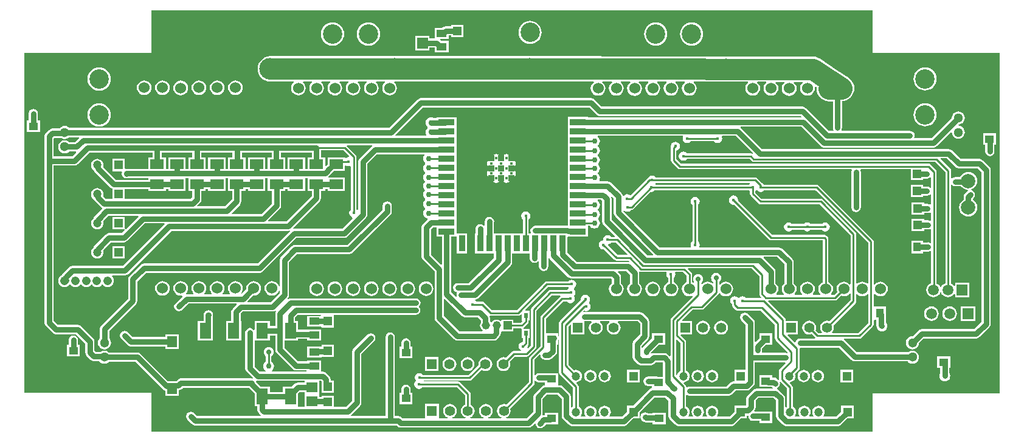
<source format=gtl>
G04*
G04 #@! TF.GenerationSoftware,Altium Limited,Altium Designer,20.2.5 (213)*
G04*
G04 Layer_Physical_Order=1*
G04 Layer_Color=255*
%FSLAX44Y44*%
%MOMM*%
G71*
G04*
G04 #@! TF.SameCoordinates,F2EF3DC7-CE59-478A-9F64-9A272EA7E262*
G04*
G04*
G04 #@! TF.FilePolarity,Positive*
G04*
G01*
G75*
%ADD14C,0.2540*%
%ADD20R,1.1000X1.3000*%
%ADD21R,1.4082X1.0065*%
%ADD22R,1.3000X1.1000*%
%ADD23R,1.2000X1.2000*%
%ADD24R,1.6000X2.2000*%
%ADD25R,1.6000X2.1800*%
%ADD26R,1.2000X1.2000*%
%ADD27R,1.5500X1.3500*%
%ADD28R,1.9100X1.3700*%
%ADD29R,0.6000X0.8000*%
%ADD30C,2.0000*%
%ADD31R,0.9000X0.9000*%
%ADD32R,0.9000X2.2500*%
%ADD33R,2.2500X0.9000*%
%ADD34R,1.4000X1.5000*%
%ADD35R,1.4500X1.0500*%
%ADD53C,1.4000*%
%ADD54R,1.4000X1.4000*%
%ADD57C,1.2000*%
%ADD65C,1.1500*%
%ADD66R,1.1500X1.1500*%
%ADD71C,3.0000*%
%ADD72C,0.7620*%
%ADD73C,2.7000*%
%ADD74C,1.5240*%
%ADD75C,4.8000*%
%ADD76C,1.5000*%
%ADD77R,1.5000X1.5000*%
%ADD78C,1.2080*%
%ADD79C,1.3000*%
%ADD80R,1.3000X1.3000*%
%ADD81C,0.4000*%
%ADD82R,1.5000X1.5000*%
%ADD83C,0.7500*%
%ADD84C,0.7000*%
%ADD85C,3.0000*%
G36*
X502000Y236287D02*
X679066D01*
Y-238183D01*
X502000D01*
Y-291000D01*
X-502000D01*
Y-236963D01*
X-679066D01*
X-679066Y-236963D01*
Y236287D01*
X-502000D01*
Y295287D01*
X502000D01*
Y236287D01*
D02*
G37*
%LPC*%
G36*
X-67460Y275540D02*
X-84540D01*
Y273474D01*
X-92500D01*
X-94978Y272982D01*
X-97078Y271578D01*
X-97366Y271290D01*
X-107790D01*
Y256474D01*
X-114960D01*
Y260040D01*
X-135040D01*
Y239960D01*
X-114960D01*
Y243526D01*
X-107790D01*
Y237210D01*
X-88210D01*
Y252790D01*
X-98634D01*
X-100284Y254440D01*
X-100099Y255644D01*
X-100079Y255710D01*
X-88210D01*
Y260526D01*
X-84540D01*
Y258460D01*
X-67460D01*
Y275540D01*
D02*
G37*
G36*
X25020Y280905D02*
X21876Y280595D01*
X18852Y279678D01*
X16066Y278189D01*
X13623Y276184D01*
X11619Y273742D01*
X10129Y270955D01*
X9212Y267932D01*
X8903Y264787D01*
X9212Y261643D01*
X10129Y258619D01*
X11619Y255833D01*
X13623Y253390D01*
X16066Y251386D01*
X18852Y249897D01*
X21876Y248979D01*
X25020Y248670D01*
X28165Y248979D01*
X31188Y249897D01*
X33975Y251386D01*
X36417Y253390D01*
X38421Y255833D01*
X39911Y258619D01*
X40828Y261643D01*
X41138Y264787D01*
X40828Y267932D01*
X39911Y270955D01*
X38421Y273742D01*
X36417Y276184D01*
X33975Y278189D01*
X31188Y279678D01*
X28165Y280595D01*
X25020Y280905D01*
D02*
G37*
G36*
X250000Y278618D02*
X246856Y278308D01*
X243832Y277391D01*
X241045Y275901D01*
X238603Y273897D01*
X236599Y271455D01*
X235109Y268668D01*
X234192Y265644D01*
X233882Y262500D01*
X234192Y259356D01*
X235109Y256332D01*
X236599Y253545D01*
X238603Y251103D01*
X241045Y249099D01*
X243832Y247609D01*
X246856Y246692D01*
X250000Y246382D01*
X253144Y246692D01*
X256168Y247609D01*
X258955Y249099D01*
X261397Y251103D01*
X263401Y253545D01*
X264891Y256332D01*
X265808Y259356D01*
X266118Y262500D01*
X265808Y265644D01*
X264891Y268668D01*
X263401Y271455D01*
X261397Y273897D01*
X258955Y275901D01*
X256168Y277391D01*
X253144Y278308D01*
X250000Y278618D01*
D02*
G37*
G36*
X200000D02*
X196856Y278308D01*
X193832Y277391D01*
X191045Y275901D01*
X188603Y273897D01*
X186599Y271455D01*
X185109Y268668D01*
X184192Y265644D01*
X183882Y262500D01*
X184192Y259356D01*
X185109Y256332D01*
X186599Y253545D01*
X188603Y251103D01*
X191045Y249099D01*
X193832Y247609D01*
X196856Y246692D01*
X200000Y246382D01*
X203144Y246692D01*
X206168Y247609D01*
X208955Y249099D01*
X211397Y251103D01*
X213401Y253545D01*
X214891Y256332D01*
X215808Y259356D01*
X216118Y262500D01*
X215808Y265644D01*
X214891Y268668D01*
X213401Y271455D01*
X211397Y273897D01*
X208955Y275901D01*
X206168Y277391D01*
X203144Y278308D01*
X200000Y278618D01*
D02*
G37*
G36*
X-200000D02*
X-203144Y278308D01*
X-206168Y277391D01*
X-208955Y275901D01*
X-211397Y273897D01*
X-213401Y271455D01*
X-214891Y268668D01*
X-215808Y265644D01*
X-216118Y262500D01*
X-215808Y259356D01*
X-214891Y256332D01*
X-213401Y253545D01*
X-211397Y251103D01*
X-208955Y249099D01*
X-206168Y247609D01*
X-203144Y246692D01*
X-200000Y246382D01*
X-196856Y246692D01*
X-193832Y247609D01*
X-191045Y249099D01*
X-188603Y251103D01*
X-186599Y253545D01*
X-185109Y256332D01*
X-184192Y259356D01*
X-183882Y262500D01*
X-184192Y265644D01*
X-185109Y268668D01*
X-186599Y271455D01*
X-188603Y273897D01*
X-191045Y275901D01*
X-193832Y277391D01*
X-196856Y278308D01*
X-200000Y278618D01*
D02*
G37*
G36*
X-250000D02*
X-253144Y278308D01*
X-256168Y277391D01*
X-258955Y275901D01*
X-261397Y273897D01*
X-263401Y271455D01*
X-264891Y268668D01*
X-265808Y265644D01*
X-266118Y262500D01*
X-265808Y259356D01*
X-264891Y256332D01*
X-263401Y253545D01*
X-261397Y251103D01*
X-258955Y249099D01*
X-256168Y247609D01*
X-253144Y246692D01*
X-250000Y246382D01*
X-246856Y246692D01*
X-243832Y247609D01*
X-241045Y249099D01*
X-238603Y251103D01*
X-236599Y253545D01*
X-235109Y256332D01*
X-234192Y259356D01*
X-233882Y262500D01*
X-234192Y265644D01*
X-235109Y268668D01*
X-236599Y271455D01*
X-238603Y273897D01*
X-241045Y275901D01*
X-243832Y277391D01*
X-246856Y278308D01*
X-250000Y278618D01*
D02*
G37*
G36*
X25020Y231912D02*
X23314Y231744D01*
X22056Y231623D01*
X-163260D01*
X-163283Y231625D01*
X-336750D01*
X-340188Y231286D01*
X-343495Y230283D01*
X-346542Y228654D01*
X-349213Y226463D01*
X-351404Y223792D01*
X-353033Y220745D01*
X-354036Y217439D01*
X-354375Y214000D01*
X-354036Y210562D01*
X-353033Y207255D01*
X-351404Y204208D01*
X-349213Y201537D01*
X-346542Y199345D01*
X-343495Y197717D01*
X-340188Y196714D01*
X-336750Y196375D01*
X-304412D01*
X-303981Y195105D01*
X-304726Y194534D01*
X-306355Y192411D01*
X-307378Y189939D01*
X-307728Y187287D01*
X-307378Y184635D01*
X-306355Y182163D01*
X-304726Y180041D01*
X-302604Y178412D01*
X-300132Y177389D01*
X-297480Y177040D01*
X-294828Y177389D01*
X-292356Y178412D01*
X-290234Y180041D01*
X-288605Y182163D01*
X-287581Y184635D01*
X-287232Y187287D01*
X-287581Y189939D01*
X-288605Y192411D01*
X-290234Y194534D01*
X-290979Y195105D01*
X-290548Y196375D01*
X-279012D01*
X-278581Y195105D01*
X-279326Y194534D01*
X-280955Y192411D01*
X-281978Y189939D01*
X-282328Y187287D01*
X-281978Y184635D01*
X-280955Y182163D01*
X-279326Y180041D01*
X-277204Y178412D01*
X-274732Y177389D01*
X-272080Y177040D01*
X-269428Y177389D01*
X-266956Y178412D01*
X-264834Y180041D01*
X-263205Y182163D01*
X-262181Y184635D01*
X-261832Y187287D01*
X-262181Y189939D01*
X-263205Y192411D01*
X-264834Y194534D01*
X-265579Y195105D01*
X-265148Y196375D01*
X-253352D01*
X-252920Y195105D01*
X-253926Y194333D01*
X-255555Y192211D01*
X-256578Y189739D01*
X-256928Y187087D01*
X-256578Y184435D01*
X-255555Y181963D01*
X-253926Y179841D01*
X-251804Y178213D01*
X-249332Y177189D01*
X-246680Y176840D01*
X-244028Y177189D01*
X-241556Y178213D01*
X-239434Y179841D01*
X-237805Y181963D01*
X-236781Y184435D01*
X-236432Y187087D01*
X-236781Y189739D01*
X-237805Y192211D01*
X-239434Y194333D01*
X-240439Y195105D01*
X-240008Y196375D01*
X-228212D01*
X-227781Y195105D01*
X-228526Y194534D01*
X-230155Y192411D01*
X-231178Y189939D01*
X-231528Y187287D01*
X-231178Y184635D01*
X-230155Y182163D01*
X-228526Y180041D01*
X-226404Y178412D01*
X-223932Y177389D01*
X-221280Y177040D01*
X-218628Y177389D01*
X-216156Y178412D01*
X-214034Y180041D01*
X-212405Y182163D01*
X-211381Y184635D01*
X-211032Y187287D01*
X-211381Y189939D01*
X-212405Y192411D01*
X-214034Y194534D01*
X-214779Y195105D01*
X-214348Y196375D01*
X-202812D01*
X-202381Y195105D01*
X-203126Y194534D01*
X-204755Y192411D01*
X-205778Y189939D01*
X-206128Y187287D01*
X-205778Y184635D01*
X-204755Y182163D01*
X-203126Y180041D01*
X-201004Y178412D01*
X-198532Y177389D01*
X-195880Y177040D01*
X-193228Y177389D01*
X-190756Y178412D01*
X-188634Y180041D01*
X-187005Y182163D01*
X-185981Y184635D01*
X-185632Y187287D01*
X-185981Y189939D01*
X-187005Y192411D01*
X-188634Y194534D01*
X-189379Y195105D01*
X-188948Y196375D01*
X-177412D01*
X-176981Y195105D01*
X-177726Y194534D01*
X-179355Y192411D01*
X-180378Y189939D01*
X-180728Y187287D01*
X-180378Y184635D01*
X-179355Y182163D01*
X-177726Y180041D01*
X-175604Y178412D01*
X-173132Y177389D01*
X-170480Y177040D01*
X-167828Y177389D01*
X-165356Y178412D01*
X-163234Y180041D01*
X-161605Y182163D01*
X-160581Y184635D01*
X-160232Y187287D01*
X-160581Y189939D01*
X-161605Y192411D01*
X-163234Y194534D01*
X-163979Y195105D01*
X-163548Y196375D01*
X-163304D01*
X-163281Y196373D01*
X24731D01*
X27617Y196657D01*
X113444Y196488D01*
X113874Y195217D01*
X112463Y194133D01*
X110834Y192011D01*
X109810Y189540D01*
X109461Y186887D01*
X109810Y184235D01*
X110834Y181763D01*
X112463Y179641D01*
X114585Y178012D01*
X117057Y176989D01*
X119709Y176639D01*
X122361Y176989D01*
X124833Y178012D01*
X126955Y179641D01*
X128584Y181763D01*
X129607Y184235D01*
X129957Y186887D01*
X129607Y189540D01*
X128584Y192011D01*
X126955Y194133D01*
X125574Y195194D01*
X126006Y196463D01*
X138779Y196437D01*
X139209Y195167D01*
X137863Y194133D01*
X136234Y192011D01*
X135210Y189540D01*
X134861Y186887D01*
X135210Y184235D01*
X136234Y181763D01*
X137863Y179641D01*
X139985Y178012D01*
X142457Y176989D01*
X145109Y176639D01*
X147761Y176989D01*
X150233Y178012D01*
X152355Y179641D01*
X153984Y181763D01*
X155007Y184235D01*
X155357Y186887D01*
X155007Y189540D01*
X153984Y192011D01*
X152355Y194133D01*
X151039Y195143D01*
X151471Y196412D01*
X164374Y196387D01*
X164804Y195116D01*
X163263Y193933D01*
X161634Y191811D01*
X160610Y189340D01*
X160261Y186687D01*
X160610Y184035D01*
X161634Y181563D01*
X163263Y179441D01*
X165385Y177812D01*
X167857Y176789D01*
X170509Y176439D01*
X173161Y176789D01*
X175633Y177812D01*
X177755Y179441D01*
X179384Y181563D01*
X180407Y184035D01*
X180756Y186687D01*
X180407Y189340D01*
X179384Y191811D01*
X177755Y193933D01*
X176243Y195093D01*
X176676Y196362D01*
X189449Y196337D01*
X189879Y195066D01*
X188663Y194133D01*
X187034Y192011D01*
X186010Y189540D01*
X185661Y186887D01*
X186010Y184235D01*
X187034Y181763D01*
X188663Y179641D01*
X190785Y178012D01*
X193256Y176989D01*
X195909Y176639D01*
X198561Y176989D01*
X201033Y178012D01*
X203155Y179641D01*
X204784Y181763D01*
X205807Y184235D01*
X206157Y186887D01*
X205807Y189540D01*
X204784Y192011D01*
X203155Y194133D01*
X201970Y195042D01*
X202402Y196312D01*
X214783Y196287D01*
X215213Y195016D01*
X214063Y194133D01*
X212434Y192011D01*
X211410Y189540D01*
X211061Y186887D01*
X211410Y184235D01*
X212434Y181763D01*
X214063Y179641D01*
X216185Y178012D01*
X218657Y176989D01*
X221309Y176639D01*
X223961Y176989D01*
X226433Y178012D01*
X228555Y179641D01*
X230184Y181763D01*
X231207Y184235D01*
X231556Y186887D01*
X231207Y189540D01*
X230184Y192011D01*
X228555Y194133D01*
X227436Y194992D01*
X227868Y196261D01*
X240118Y196237D01*
X240548Y194966D01*
X239463Y194133D01*
X237834Y192011D01*
X236810Y189540D01*
X236461Y186887D01*
X236810Y184235D01*
X237834Y181763D01*
X239463Y179641D01*
X241585Y178012D01*
X244056Y176989D01*
X246709Y176639D01*
X249361Y176989D01*
X251833Y178012D01*
X253955Y179641D01*
X255584Y181763D01*
X256607Y184235D01*
X256957Y186887D01*
X256607Y189540D01*
X255584Y192011D01*
X253955Y194133D01*
X252901Y194942D01*
X253334Y196211D01*
X297553Y196124D01*
X328191Y196063D01*
X328621Y194792D01*
X327763Y194133D01*
X326134Y192011D01*
X325110Y189540D01*
X324761Y186887D01*
X325110Y184235D01*
X326134Y181763D01*
X327763Y179641D01*
X329885Y178012D01*
X332356Y176989D01*
X335009Y176639D01*
X337661Y176989D01*
X340133Y178012D01*
X342255Y179641D01*
X343884Y181763D01*
X344907Y184235D01*
X345257Y186887D01*
X344907Y189540D01*
X343884Y192011D01*
X342255Y194133D01*
X341429Y194767D01*
X341862Y196036D01*
X353526Y196013D01*
X353956Y194742D01*
X353163Y194133D01*
X351534Y192011D01*
X350510Y189540D01*
X350161Y186887D01*
X350510Y184235D01*
X351534Y181763D01*
X353163Y179641D01*
X355285Y178012D01*
X357757Y176989D01*
X360409Y176639D01*
X363061Y176989D01*
X365533Y178012D01*
X367655Y179641D01*
X369284Y181763D01*
X370307Y184235D01*
X370657Y186887D01*
X370307Y189540D01*
X369284Y192011D01*
X367655Y194133D01*
X366895Y194717D01*
X367327Y195986D01*
X379121Y195962D01*
X379551Y194692D01*
X378563Y193933D01*
X376934Y191811D01*
X375910Y189340D01*
X375561Y186687D01*
X375910Y184035D01*
X376934Y181563D01*
X378563Y179441D01*
X380685Y177812D01*
X383157Y176789D01*
X385809Y176439D01*
X388461Y176789D01*
X390933Y177812D01*
X393055Y179441D01*
X394684Y181563D01*
X395707Y184035D01*
X396057Y186687D01*
X395707Y189340D01*
X394684Y191811D01*
X393055Y193933D01*
X392099Y194667D01*
X392532Y195936D01*
X404195Y195913D01*
X404625Y194642D01*
X403963Y194133D01*
X402334Y192011D01*
X401310Y189540D01*
X400961Y186887D01*
X401310Y184235D01*
X402334Y181763D01*
X403963Y179641D01*
X406085Y178012D01*
X408557Y176989D01*
X411209Y176639D01*
X413861Y176989D01*
X416333Y178012D01*
X418455Y179641D01*
X420084Y181763D01*
X421107Y184235D01*
X421456Y186887D01*
X421174Y189032D01*
X422320Y189786D01*
X423984Y188645D01*
X423765Y186422D01*
X424104Y182983D01*
X425107Y179677D01*
X426736Y176630D01*
X428927Y173959D01*
X431598Y171767D01*
X434645Y170138D01*
X437952Y169135D01*
X441390Y168797D01*
X446526D01*
Y132080D01*
X447018Y129602D01*
X447585Y128755D01*
X446986Y127634D01*
X441140D01*
X409197Y159578D01*
X407096Y160982D01*
X404618Y161474D01*
X124682D01*
X114747Y171409D01*
X112647Y172812D01*
X110169Y173305D01*
X-127169D01*
X-129647Y172812D01*
X-131747Y171409D01*
X-171275Y131882D01*
X-616626D01*
X-618479Y133304D01*
X-620678Y134214D01*
X-623038Y134525D01*
X-625398Y134214D01*
X-627597Y133304D01*
X-629485Y131855D01*
X-630254Y130852D01*
X-640170D01*
X-642648Y130359D01*
X-644748Y128956D01*
X-649212Y124492D01*
X-650616Y122392D01*
X-651108Y119914D01*
Y85907D01*
Y-139366D01*
X-650616Y-141844D01*
X-649212Y-143944D01*
X-639578Y-153578D01*
X-637478Y-154982D01*
X-635000Y-155474D01*
X-607226D01*
X-594474Y-168226D01*
Y-180826D01*
X-593982Y-183304D01*
X-592578Y-185405D01*
X-586934Y-191049D01*
X-584833Y-192452D01*
X-582356Y-192945D01*
X-574716D01*
X-573947Y-193947D01*
X-572059Y-195396D01*
X-569860Y-196307D01*
X-567500Y-196618D01*
X-565140Y-196307D01*
X-562941Y-195396D01*
X-561088Y-193974D01*
X-524589D01*
X-485985Y-232578D01*
X-483884Y-233982D01*
X-482844Y-234189D01*
Y-240918D01*
X-463764D01*
Y-233505D01*
X-462386Y-233231D01*
X-460286Y-231827D01*
X-458531Y-230072D01*
X-366595D01*
X-358540Y-238127D01*
Y-256051D01*
X-354474D01*
Y-261000D01*
X-353982Y-263478D01*
X-352578Y-265578D01*
X-350456Y-267701D01*
X-349625Y-268256D01*
X-350010Y-269526D01*
X-438818D01*
X-442922Y-265422D01*
X-445022Y-264018D01*
X-447500Y-263526D01*
X-449978Y-264018D01*
X-452078Y-265422D01*
X-453482Y-267522D01*
X-453974Y-270000D01*
X-453482Y-272478D01*
X-452078Y-274578D01*
X-446078Y-280578D01*
X-443978Y-281982D01*
X-441500Y-282474D01*
X-160794D01*
X-159690Y-283578D01*
X-157590Y-284982D01*
X-155112Y-285474D01*
X23000D01*
X25478Y-284982D01*
X27578Y-283578D01*
X31272Y-279884D01*
X32576Y-280376D01*
X32966Y-282337D01*
X34369Y-284437D01*
X36470Y-285841D01*
X38948Y-286334D01*
X41425Y-285841D01*
X43526Y-284437D01*
X46988Y-280975D01*
X53310D01*
X53935Y-280851D01*
X64040D01*
Y-264771D01*
X45960D01*
Y-268026D01*
X44306D01*
X43327Y-268221D01*
X42248Y-267141D01*
X42474Y-266000D01*
Y-252394D01*
Y-245682D01*
X48682Y-239474D01*
X63318D01*
X69026Y-245182D01*
Y-269009D01*
X69518Y-271487D01*
X70922Y-273587D01*
X78833Y-281499D01*
X80934Y-282902D01*
X83411Y-283395D01*
X155732D01*
X158209Y-282902D01*
X160310Y-281499D01*
X169458Y-272351D01*
X177382D01*
Y-264427D01*
X198334Y-243474D01*
X213318D01*
X217526Y-247682D01*
Y-269146D01*
X218018Y-271624D01*
X219422Y-273724D01*
X227196Y-281499D01*
X229297Y-282902D01*
X231774Y-283395D01*
X305390D01*
X307868Y-282902D01*
X309968Y-281499D01*
X319116Y-272351D01*
X327040D01*
Y-269117D01*
X327650Y-268827D01*
X328553Y-269366D01*
X328838Y-269669D01*
X329301Y-271995D01*
X330704Y-274096D01*
X330844Y-274236D01*
X332945Y-275639D01*
X335422Y-276132D01*
X344162D01*
Y-279388D01*
X362242D01*
Y-263308D01*
X352775D01*
X352150Y-263183D01*
X337426D01*
X336900Y-261913D01*
X337078Y-261735D01*
X338482Y-259635D01*
X338974Y-257157D01*
Y-248182D01*
X342951Y-244205D01*
X363660D01*
X367257Y-247803D01*
Y-269241D01*
X367750Y-271719D01*
X369154Y-273819D01*
X376833Y-281499D01*
X378934Y-282902D01*
X381411Y-283395D01*
X453732D01*
X456209Y-282902D01*
X458310Y-281499D01*
X467458Y-272351D01*
X475382D01*
Y-264064D01*
X475415Y-263811D01*
X475382Y-263557D01*
Y-255271D01*
X467095D01*
X466842Y-255237D01*
X466588Y-255271D01*
X458302D01*
Y-263195D01*
X451050Y-270446D01*
X434115D01*
X433489Y-269176D01*
X434301Y-268118D01*
X435162Y-266040D01*
X435455Y-263811D01*
X435162Y-261581D01*
X434301Y-259504D01*
X432933Y-257720D01*
X431149Y-256351D01*
X429071Y-255490D01*
X426842Y-255197D01*
X424612Y-255490D01*
X422535Y-256351D01*
X420751Y-257720D01*
X419382Y-259504D01*
X418521Y-261581D01*
X418228Y-263811D01*
X418521Y-266040D01*
X419382Y-268118D01*
X420195Y-269176D01*
X419568Y-270446D01*
X414115D01*
X413489Y-269176D01*
X414301Y-268118D01*
X415162Y-266040D01*
X415455Y-263811D01*
X415162Y-261581D01*
X414301Y-259504D01*
X412933Y-257720D01*
X411149Y-256351D01*
X409071Y-255490D01*
X406842Y-255197D01*
X404612Y-255490D01*
X402535Y-256351D01*
X400751Y-257720D01*
X399382Y-259504D01*
X398521Y-261581D01*
X398228Y-263811D01*
X398521Y-266040D01*
X399382Y-268118D01*
X400194Y-269176D01*
X399568Y-270446D01*
X394115D01*
X393489Y-269176D01*
X394301Y-268118D01*
X395162Y-266040D01*
X395455Y-263811D01*
X395162Y-261581D01*
X394301Y-259504D01*
X392933Y-257720D01*
X391148Y-256351D01*
X390726Y-256176D01*
Y-229601D01*
X390431Y-228114D01*
X389589Y-226854D01*
X386389Y-223654D01*
X386844Y-222313D01*
X388229Y-222131D01*
X390307Y-221270D01*
X392091Y-219902D01*
X393460Y-218118D01*
X394320Y-216040D01*
X394614Y-213811D01*
X394320Y-211581D01*
X393890Y-210542D01*
X399247Y-205185D01*
X400089Y-203925D01*
X400385Y-202438D01*
Y-175647D01*
X400608Y-175220D01*
X401494Y-174474D01*
X455318D01*
X472422Y-191578D01*
X474522Y-192982D01*
X477000Y-193474D01*
X550751D01*
X551114Y-193948D01*
X553003Y-195396D01*
X555202Y-196307D01*
X557561Y-196618D01*
X559921Y-196307D01*
X562121Y-195396D01*
X564009Y-193948D01*
X565458Y-192059D01*
X566369Y-189860D01*
X566679Y-187500D01*
X566369Y-185140D01*
X565458Y-182941D01*
X564009Y-181053D01*
X562121Y-179604D01*
X559921Y-178693D01*
X557561Y-178382D01*
X555202Y-178693D01*
X553003Y-179604D01*
X551801Y-180526D01*
X479682D01*
X462578Y-163422D01*
X462000Y-163035D01*
X462385Y-161765D01*
X483614D01*
X485101Y-161470D01*
X486361Y-160627D01*
X502346Y-144643D01*
X503188Y-143383D01*
X503483Y-141896D01*
Y-136142D01*
X504071Y-135115D01*
X504753Y-135115D01*
X507327D01*
Y-142801D01*
X507487Y-143607D01*
X507435Y-144000D01*
X507693Y-145958D01*
X508449Y-147782D01*
X509651Y-149349D01*
X511218Y-150551D01*
X513042Y-151307D01*
X515000Y-151565D01*
X516958Y-151307D01*
X518782Y-150551D01*
X520349Y-149349D01*
X521551Y-147782D01*
X522307Y-145958D01*
X522565Y-144000D01*
X522307Y-142042D01*
X521551Y-140218D01*
X520349Y-138651D01*
X520276Y-138595D01*
Y-127765D01*
X520151Y-127140D01*
Y-117035D01*
X504753D01*
X504071Y-117035D01*
X503483Y-116009D01*
Y-99136D01*
X504753Y-98705D01*
X505563Y-99759D01*
X507685Y-101388D01*
X510157Y-102411D01*
X512809Y-102760D01*
X515461Y-102411D01*
X517933Y-101388D01*
X520055Y-99759D01*
X521684Y-97637D01*
X522707Y-95165D01*
X523056Y-92513D01*
X522707Y-89860D01*
X521684Y-87389D01*
X520055Y-85267D01*
X517933Y-83638D01*
X515461Y-82614D01*
X512809Y-82265D01*
X510157Y-82614D01*
X507685Y-83638D01*
X505563Y-85267D01*
X504753Y-86321D01*
X503483Y-85890D01*
Y-26350D01*
X503188Y-24863D01*
X502346Y-23603D01*
X426996Y51747D01*
X425736Y52589D01*
X424249Y52885D01*
X351215D01*
X350790Y53520D01*
X348716Y54906D01*
X348135Y55022D01*
X341410Y61747D01*
X340150Y62589D01*
X338663Y62885D01*
X199698D01*
X199273Y63520D01*
X197199Y64906D01*
X194753Y65393D01*
X192306Y64906D01*
X190232Y63520D01*
X189384Y62251D01*
X188629Y61747D01*
X164550Y37668D01*
X162696Y38906D01*
X160250Y39393D01*
X157804Y38906D01*
X155730Y37520D01*
X155527Y37218D01*
X154179Y37486D01*
X153982Y38478D01*
X152578Y40578D01*
X137578Y55578D01*
X135478Y56982D01*
X133000Y57474D01*
X121955D01*
X121439Y58744D01*
X122105Y60352D01*
X122362Y62310D01*
X122105Y64268D01*
X121349Y66092D01*
X120147Y67659D01*
X119489Y68164D01*
Y69434D01*
X120147Y69938D01*
X121349Y71505D01*
X122105Y73329D01*
X122362Y75287D01*
X122105Y77245D01*
X121349Y79069D01*
X120147Y80636D01*
X120126Y80652D01*
Y81424D01*
X120291Y82126D01*
X121349Y83505D01*
X122105Y85329D01*
X122362Y87287D01*
X122105Y89245D01*
X121349Y91069D01*
X120147Y92636D01*
X119474Y93152D01*
Y94422D01*
X120147Y94938D01*
X121349Y96505D01*
X122105Y98329D01*
X122362Y100287D01*
X122105Y102245D01*
X121349Y104069D01*
X120147Y105636D01*
X119474Y106152D01*
Y107422D01*
X120147Y107938D01*
X121349Y109505D01*
X122105Y111329D01*
X122362Y113287D01*
X122105Y115245D01*
X121349Y117070D01*
X120147Y118636D01*
X119079Y119456D01*
X119510Y120726D01*
X237521D01*
X238031Y119773D01*
X238072Y119456D01*
X237607Y117120D01*
X238094Y114674D01*
X239480Y112600D01*
X241554Y111214D01*
X244000Y110727D01*
X246446Y111214D01*
X248520Y112600D01*
X248905Y113175D01*
X281015D01*
X281480Y112480D01*
X283554Y111094D01*
X286000Y110607D01*
X288446Y111094D01*
X290520Y112480D01*
X291906Y114554D01*
X292393Y117000D01*
X291906Y119446D01*
X291800Y119606D01*
X292399Y120726D01*
X311118D01*
X335167Y96677D01*
X334357Y95691D01*
X333761Y96089D01*
X332275Y96385D01*
X243445D01*
X243020Y97020D01*
X240946Y98406D01*
X238500Y98893D01*
X236054Y98406D01*
X233980Y97020D01*
X232594Y94946D01*
X232107Y92500D01*
X232594Y90054D01*
X233980Y87980D01*
X236054Y86594D01*
X238500Y86107D01*
X240946Y86594D01*
X243020Y87980D01*
X243445Y88615D01*
X330665D01*
X333648Y85633D01*
X334908Y84791D01*
X336394Y84495D01*
X589511D01*
X603377Y70629D01*
Y-84448D01*
X601699Y-85144D01*
X599602Y-86753D01*
X597992Y-88850D01*
X597450Y-90161D01*
X596075D01*
X595532Y-88850D01*
X593923Y-86753D01*
X591826Y-85144D01*
X591147Y-84862D01*
Y70488D01*
X590851Y71975D01*
X590009Y73235D01*
X582247Y80997D01*
X580987Y81839D01*
X579500Y82135D01*
X235109D01*
X228875Y88369D01*
Y100180D01*
X229696Y100344D01*
X231770Y101730D01*
X233156Y103804D01*
X233643Y106250D01*
X233156Y108696D01*
X231770Y110770D01*
X229696Y112156D01*
X227250Y112643D01*
X224804Y112156D01*
X222730Y110770D01*
X221344Y108696D01*
X220857Y106250D01*
X221206Y104496D01*
X221105Y103990D01*
Y86760D01*
X221401Y85273D01*
X222243Y84013D01*
X230753Y75503D01*
X232013Y74661D01*
X233500Y74365D01*
X472512D01*
X473110Y73245D01*
X473018Y73108D01*
X472526Y70630D01*
Y21000D01*
X473018Y18522D01*
X474422Y16422D01*
X476522Y15018D01*
X479000Y14526D01*
X481478Y15018D01*
X483578Y16422D01*
X484982Y18522D01*
X485474Y21000D01*
Y70630D01*
X484982Y73108D01*
X484890Y73245D01*
X485488Y74365D01*
X555436D01*
Y59261D01*
X572516D01*
Y61326D01*
X577476D01*
X579954Y61819D01*
X582054Y63223D01*
X582162Y63384D01*
X583377Y63016D01*
Y48586D01*
X582162Y48217D01*
X582054Y48379D01*
X579954Y49782D01*
X577476Y50275D01*
X572516D01*
Y52341D01*
X555436D01*
Y35261D01*
X572516D01*
Y37326D01*
X577476D01*
X579954Y37819D01*
X582054Y39223D01*
X582162Y39384D01*
X583377Y39016D01*
Y25690D01*
X582108Y25011D01*
X580954Y25782D01*
X578476Y26275D01*
X573516D01*
Y28341D01*
X556436D01*
Y11261D01*
X573516D01*
Y13326D01*
X578476D01*
X580954Y13819D01*
X582108Y14590D01*
X583377Y13911D01*
Y2844D01*
X582257Y2245D01*
X581454Y2782D01*
X578976Y3275D01*
X573516D01*
Y5341D01*
X556436D01*
Y-11739D01*
X573516D01*
Y-9674D01*
X578976D01*
X581454Y-9181D01*
X582257Y-8644D01*
X583377Y-9243D01*
Y-27941D01*
X582257Y-28540D01*
X581478Y-28018D01*
X579000Y-27526D01*
X578201Y-27685D01*
X572064D01*
Y-25119D01*
X555984D01*
Y-43199D01*
X572064D01*
Y-40633D01*
X578841D01*
X581319Y-40141D01*
X582257Y-39513D01*
X583377Y-40112D01*
Y-84448D01*
X581699Y-85144D01*
X579602Y-86753D01*
X577992Y-88850D01*
X576981Y-91293D01*
X576636Y-93913D01*
X576981Y-96535D01*
X577992Y-98977D01*
X579602Y-101074D01*
X581699Y-102683D01*
X584141Y-103695D01*
X586762Y-104040D01*
X589383Y-103695D01*
X591826Y-102683D01*
X593923Y-101074D01*
X595532Y-98977D01*
X596075Y-97667D01*
X597450D01*
X597992Y-98977D01*
X599602Y-101074D01*
X601699Y-102683D01*
X604141Y-103695D01*
X606762Y-104040D01*
X609383Y-103695D01*
X611826Y-102683D01*
X613923Y-101074D01*
X615452Y-99081D01*
X615594Y-99080D01*
X616722Y-99931D01*
Y-103954D01*
X626411D01*
X626762Y-104000D01*
X627114Y-103954D01*
X636802D01*
Y-94265D01*
X636848Y-93913D01*
X636802Y-93562D01*
Y-83874D01*
X627114D01*
X626762Y-83827D01*
X626411Y-83874D01*
X616722D01*
Y-87896D01*
X615594Y-88748D01*
X615452Y-88746D01*
X613923Y-86753D01*
X611826Y-85144D01*
X611147Y-84862D01*
Y52143D01*
X612362Y52511D01*
X612422Y52422D01*
X614522Y51018D01*
X617000Y50526D01*
X625103D01*
X626259Y49019D01*
X628878Y47009D01*
X631929Y45746D01*
X634367Y45424D01*
X634675Y44103D01*
X633422Y43266D01*
X630422Y40265D01*
X629018Y38165D01*
X628526Y35687D01*
Y31646D01*
X626259Y29906D01*
X624249Y27287D01*
X622985Y24236D01*
X622554Y20963D01*
X622985Y17689D01*
X624249Y14639D01*
X626259Y12019D01*
X628878Y10009D01*
X631929Y8746D01*
X635202Y8315D01*
X638476Y8746D01*
X641526Y10009D01*
X644146Y12019D01*
X646156Y14639D01*
X647420Y17689D01*
X647851Y20963D01*
X647420Y24236D01*
X646156Y27287D01*
X644146Y29906D01*
X641661Y31813D01*
X641584Y33116D01*
X642578Y34109D01*
X643982Y36210D01*
X644474Y38687D01*
X643982Y41165D01*
X642578Y43266D01*
X640478Y44669D01*
X639612Y44841D01*
X639481Y46162D01*
X641526Y47009D01*
X644146Y49019D01*
X646156Y51639D01*
X647420Y54689D01*
X647851Y57963D01*
X647420Y61236D01*
X646156Y64287D01*
X644146Y66906D01*
X641526Y68916D01*
X638476Y70180D01*
X635202Y70611D01*
X631929Y70180D01*
X628878Y68916D01*
X626259Y66906D01*
X624249Y64287D01*
X623912Y63474D01*
X617000D01*
X614522Y62982D01*
X612422Y61578D01*
X612362Y61489D01*
X611147Y61857D01*
Y72238D01*
X610851Y73724D01*
X610009Y74985D01*
X596642Y88352D01*
X597127Y89526D01*
X605237D01*
X617341Y77422D01*
X619441Y76018D01*
X621919Y75526D01*
X648318D01*
X653526Y70318D01*
Y-138318D01*
X643318Y-148526D01*
X570418D01*
X567941Y-149018D01*
X565840Y-150422D01*
X557843Y-158419D01*
X557561Y-158382D01*
X555202Y-158693D01*
X553003Y-159604D01*
X551114Y-161053D01*
X549665Y-162941D01*
X548754Y-165140D01*
X548444Y-167500D01*
X548754Y-169860D01*
X549665Y-172059D01*
X551114Y-173948D01*
X553003Y-175396D01*
X555202Y-176307D01*
X557561Y-176618D01*
X559921Y-176307D01*
X562121Y-175396D01*
X564009Y-173948D01*
X565458Y-172059D01*
X566369Y-169860D01*
X566620Y-167955D01*
X573100Y-161474D01*
X646000D01*
X648478Y-160982D01*
X650578Y-159578D01*
X664578Y-145578D01*
X665982Y-143478D01*
X666474Y-141000D01*
Y73000D01*
X665982Y75478D01*
X664578Y77578D01*
X655578Y86578D01*
X653478Y87982D01*
X651000Y88474D01*
X624600D01*
X612497Y100578D01*
X610396Y101982D01*
X607919Y102474D01*
X347682D01*
X318378Y131778D01*
X317813Y132156D01*
X318198Y133426D01*
X402668D01*
X429672Y106422D01*
X431772Y105018D01*
X434250Y104526D01*
X586781D01*
X589259Y105018D01*
X591359Y106422D01*
X611124Y126187D01*
X611899Y125805D01*
X612268Y125534D01*
X612570Y123236D01*
X613481Y121037D01*
X614930Y119149D01*
X616819Y117700D01*
X619018Y116789D01*
X621377Y116478D01*
X623737Y116789D01*
X625937Y117700D01*
X627825Y119149D01*
X629274Y121037D01*
X630185Y123236D01*
X630495Y125596D01*
X630185Y127956D01*
X629274Y130155D01*
X627825Y132044D01*
X625937Y133493D01*
X623737Y134403D01*
X622013Y134630D01*
X621369Y135902D01*
X621788Y136532D01*
X623737Y136789D01*
X625937Y137700D01*
X627825Y139149D01*
X629274Y141037D01*
X630185Y143236D01*
X630495Y145596D01*
X630185Y147956D01*
X629274Y150155D01*
X627825Y152044D01*
X625937Y153493D01*
X623737Y154403D01*
X621377Y154714D01*
X619018Y154403D01*
X616819Y153493D01*
X614930Y152044D01*
X613481Y150155D01*
X612570Y147956D01*
X612265Y145640D01*
X584100Y117474D01*
X560461D01*
X559863Y118595D01*
X559982Y118772D01*
X560474Y121250D01*
X559982Y123728D01*
X558578Y125828D01*
X556478Y127232D01*
X554000Y127724D01*
X553548Y127634D01*
X459014D01*
X458415Y128755D01*
X458982Y129602D01*
X459474Y132080D01*
Y168904D01*
X461829Y169135D01*
X465135Y170138D01*
X468182Y171767D01*
X470853Y173959D01*
X471069Y174223D01*
X471336Y174442D01*
X473524Y177116D01*
X475149Y180166D01*
X476147Y183473D01*
X476481Y186912D01*
X476137Y190350D01*
X475129Y193655D01*
X473496Y196700D01*
X471301Y199368D01*
X468627Y201556D01*
X453217Y211820D01*
X428661Y228177D01*
X427241Y228934D01*
X425831Y229709D01*
X425746Y229736D01*
X425667Y229779D01*
X425638Y229787D01*
X425612Y229802D01*
X424072Y230266D01*
X422537Y230752D01*
X422448Y230762D01*
X422363Y230788D01*
X422333Y230791D01*
X422304Y230800D01*
X420703Y230955D01*
X419103Y231132D01*
X419014Y231125D01*
X418925Y231134D01*
X297623Y231373D01*
X241204Y231485D01*
X224962Y231517D01*
X25055Y231912D01*
X25038Y231910D01*
X25020Y231912D01*
D02*
G37*
G36*
X575000Y216118D02*
X571856Y215808D01*
X568832Y214891D01*
X566045Y213401D01*
X563603Y211397D01*
X561599Y208955D01*
X560109Y206168D01*
X559192Y203144D01*
X558882Y200000D01*
X559192Y196856D01*
X560109Y193832D01*
X561599Y191045D01*
X563603Y188603D01*
X566045Y186599D01*
X568832Y185109D01*
X571856Y184192D01*
X575000Y183882D01*
X578144Y184192D01*
X581168Y185109D01*
X583955Y186599D01*
X586397Y188603D01*
X588401Y191045D01*
X589891Y193832D01*
X590808Y196856D01*
X591118Y200000D01*
X590808Y203144D01*
X589891Y206168D01*
X588401Y208955D01*
X586397Y211397D01*
X583955Y213401D01*
X581168Y214891D01*
X578144Y215808D01*
X575000Y216118D01*
D02*
G37*
G36*
X-574980Y215905D02*
X-578124Y215595D01*
X-581148Y214678D01*
X-583934Y213189D01*
X-586377Y211184D01*
X-588381Y208742D01*
X-589871Y205955D01*
X-590788Y202932D01*
X-591097Y199788D01*
X-590788Y196643D01*
X-589871Y193619D01*
X-588381Y190833D01*
X-586377Y188391D01*
X-583934Y186386D01*
X-581148Y184897D01*
X-578124Y183979D01*
X-574980Y183670D01*
X-571836Y183979D01*
X-568812Y184897D01*
X-566026Y186386D01*
X-563583Y188391D01*
X-561579Y190833D01*
X-560089Y193619D01*
X-559172Y196643D01*
X-558862Y199788D01*
X-559172Y202932D01*
X-560089Y205955D01*
X-561579Y208742D01*
X-563583Y211184D01*
X-566026Y213189D01*
X-568812Y214678D01*
X-571836Y215595D01*
X-574980Y215905D01*
D02*
G37*
G36*
X-385219Y197913D02*
X-387871Y197564D01*
X-390342Y196540D01*
X-392465Y194912D01*
X-394093Y192789D01*
X-395117Y190318D01*
X-395466Y187666D01*
X-395117Y185013D01*
X-394093Y182542D01*
X-392465Y180419D01*
X-390342Y178791D01*
X-387871Y177767D01*
X-385219Y177418D01*
X-382566Y177767D01*
X-380095Y178791D01*
X-377972Y180419D01*
X-376344Y182542D01*
X-375320Y185013D01*
X-374971Y187666D01*
X-375320Y190318D01*
X-376344Y192789D01*
X-377972Y194912D01*
X-380095Y196540D01*
X-382566Y197564D01*
X-385219Y197913D01*
D02*
G37*
G36*
X-410619D02*
X-413271Y197564D01*
X-415742Y196540D01*
X-417865Y194912D01*
X-419493Y192789D01*
X-420517Y190318D01*
X-420866Y187666D01*
X-420517Y185013D01*
X-419493Y182542D01*
X-417865Y180419D01*
X-415742Y178791D01*
X-413271Y177767D01*
X-410619Y177418D01*
X-407966Y177767D01*
X-405495Y178791D01*
X-403372Y180419D01*
X-401744Y182542D01*
X-400720Y185013D01*
X-400371Y187666D01*
X-400720Y190318D01*
X-401744Y192789D01*
X-403372Y194912D01*
X-405495Y196540D01*
X-407966Y197564D01*
X-410619Y197913D01*
D02*
G37*
G36*
X-436019D02*
X-438671Y197564D01*
X-441143Y196540D01*
X-443265Y194912D01*
X-444893Y192789D01*
X-445917Y190318D01*
X-446266Y187666D01*
X-445917Y185013D01*
X-444893Y182542D01*
X-443265Y180419D01*
X-441143Y178791D01*
X-438671Y177767D01*
X-436019Y177418D01*
X-433366Y177767D01*
X-430895Y178791D01*
X-428772Y180419D01*
X-427144Y182542D01*
X-426120Y185013D01*
X-425771Y187666D01*
X-426120Y190318D01*
X-427144Y192789D01*
X-428772Y194912D01*
X-430895Y196540D01*
X-433366Y197564D01*
X-436019Y197913D01*
D02*
G37*
G36*
X-486819D02*
X-489471Y197564D01*
X-491942Y196540D01*
X-494065Y194912D01*
X-495693Y192789D01*
X-496717Y190318D01*
X-497066Y187666D01*
X-496717Y185013D01*
X-495693Y182542D01*
X-494065Y180419D01*
X-491942Y178791D01*
X-489471Y177767D01*
X-486819Y177418D01*
X-484166Y177767D01*
X-481695Y178791D01*
X-479572Y180419D01*
X-477944Y182542D01*
X-476920Y185013D01*
X-476571Y187666D01*
X-476920Y190318D01*
X-477944Y192789D01*
X-479572Y194912D01*
X-481695Y196540D01*
X-484166Y197564D01*
X-486819Y197913D01*
D02*
G37*
G36*
X-512219D02*
X-514871Y197564D01*
X-517342Y196540D01*
X-519465Y194912D01*
X-521093Y192789D01*
X-522117Y190318D01*
X-522466Y187666D01*
X-522117Y185013D01*
X-521093Y182542D01*
X-519465Y180419D01*
X-517342Y178791D01*
X-514871Y177767D01*
X-512219Y177418D01*
X-509566Y177767D01*
X-507095Y178791D01*
X-504972Y180419D01*
X-503344Y182542D01*
X-502320Y185013D01*
X-501971Y187666D01*
X-502320Y190318D01*
X-503344Y192789D01*
X-504972Y194912D01*
X-507095Y196540D01*
X-509566Y197564D01*
X-512219Y197913D01*
D02*
G37*
G36*
X-461419Y197713D02*
X-464071Y197364D01*
X-466543Y196340D01*
X-468665Y194712D01*
X-470293Y192589D01*
X-471317Y190118D01*
X-471666Y187466D01*
X-471317Y184813D01*
X-470293Y182342D01*
X-468665Y180219D01*
X-466543Y178591D01*
X-464071Y177567D01*
X-461419Y177218D01*
X-458766Y177567D01*
X-456295Y178591D01*
X-454172Y180219D01*
X-452544Y182342D01*
X-451520Y184813D01*
X-451171Y187466D01*
X-451520Y190118D01*
X-452544Y192589D01*
X-454172Y194712D01*
X-456295Y196340D01*
X-458766Y197364D01*
X-461419Y197713D01*
D02*
G37*
G36*
X575000Y166118D02*
X571856Y165808D01*
X568832Y164891D01*
X566045Y163401D01*
X563603Y161397D01*
X561599Y158954D01*
X560109Y156168D01*
X559192Y153144D01*
X558882Y150000D01*
X559192Y146856D01*
X560109Y143832D01*
X561599Y141046D01*
X563603Y138603D01*
X566045Y136599D01*
X568832Y135109D01*
X571856Y134192D01*
X575000Y133882D01*
X578144Y134192D01*
X581168Y135109D01*
X583955Y136599D01*
X586397Y138603D01*
X588401Y141046D01*
X589891Y143832D01*
X590808Y146856D01*
X591118Y150000D01*
X590808Y153144D01*
X589891Y156168D01*
X588401Y158954D01*
X586397Y161397D01*
X583955Y163401D01*
X581168Y164891D01*
X578144Y165808D01*
X575000Y166118D01*
D02*
G37*
G36*
X-574980Y165905D02*
X-578124Y165595D01*
X-581148Y164678D01*
X-583934Y163189D01*
X-586377Y161184D01*
X-588381Y158742D01*
X-589871Y155955D01*
X-590788Y152932D01*
X-591097Y149788D01*
X-590788Y146643D01*
X-589871Y143619D01*
X-588381Y140833D01*
X-586377Y138391D01*
X-583934Y136386D01*
X-581148Y134897D01*
X-578124Y133980D01*
X-574980Y133670D01*
X-571836Y133980D01*
X-568812Y134897D01*
X-566026Y136386D01*
X-563583Y138391D01*
X-561579Y140833D01*
X-560089Y143619D01*
X-559172Y146643D01*
X-558862Y149788D01*
X-559172Y152932D01*
X-560089Y155955D01*
X-561579Y158742D01*
X-563583Y161184D01*
X-566026Y163189D01*
X-568812Y164678D01*
X-571836Y165595D01*
X-574980Y165905D01*
D02*
G37*
G36*
X-666726Y158378D02*
X-669204Y157885D01*
X-671304Y156482D01*
X-672708Y154382D01*
X-673201Y151904D01*
Y142210D01*
X-675438D01*
Y126130D01*
X-657358D01*
Y142210D01*
X-660252D01*
Y151904D01*
X-660745Y154382D01*
X-662148Y156482D01*
X-664249Y157885D01*
X-666726Y158378D01*
D02*
G37*
G36*
X673777Y124130D02*
X655697D01*
Y108050D01*
X658592D01*
Y99100D01*
X659084Y96622D01*
X660488Y94522D01*
X662588Y93118D01*
X665066Y92625D01*
X667544Y93118D01*
X669644Y94522D01*
X671048Y96622D01*
X671540Y99100D01*
Y108050D01*
X673777D01*
Y124130D01*
D02*
G37*
G36*
X644702Y-116874D02*
X624622D01*
Y-136953D01*
X644702D01*
Y-116874D01*
D02*
G37*
G36*
X609262Y-116787D02*
X606641Y-117132D01*
X604199Y-118144D01*
X602102Y-119753D01*
X600492Y-121850D01*
X599481Y-124292D01*
X599136Y-126913D01*
X599481Y-129535D01*
X600492Y-131977D01*
X602102Y-134074D01*
X604199Y-135683D01*
X606641Y-136695D01*
X609262Y-137040D01*
X611883Y-136695D01*
X614325Y-135683D01*
X616423Y-134074D01*
X618032Y-131977D01*
X619044Y-129535D01*
X619389Y-126913D01*
X619044Y-124292D01*
X618032Y-121850D01*
X616423Y-119753D01*
X614325Y-118144D01*
X611883Y-117132D01*
X609262Y-116787D01*
D02*
G37*
G36*
X583862D02*
X581241Y-117132D01*
X578799Y-118144D01*
X576702Y-119753D01*
X575092Y-121850D01*
X574081Y-124292D01*
X573736Y-126913D01*
X574081Y-129535D01*
X575092Y-131977D01*
X576702Y-134074D01*
X578799Y-135683D01*
X581241Y-136695D01*
X583862Y-137040D01*
X586483Y-136695D01*
X588926Y-135683D01*
X591023Y-134074D01*
X592632Y-131977D01*
X593644Y-129535D01*
X593989Y-126913D01*
X593644Y-124292D01*
X592632Y-121850D01*
X591023Y-119753D01*
X588926Y-118144D01*
X586483Y-117132D01*
X583862Y-116787D01*
D02*
G37*
G36*
X-610750Y-157095D02*
X-613228Y-157588D01*
X-615328Y-158991D01*
X-615438Y-159101D01*
X-616842Y-161202D01*
X-617334Y-163679D01*
Y-170454D01*
X-619900D01*
Y-186534D01*
X-601820D01*
Y-170454D01*
X-604385D01*
Y-164122D01*
X-604276Y-163569D01*
X-604768Y-161092D01*
X-606172Y-158991D01*
X-608272Y-157588D01*
X-610750Y-157095D01*
D02*
G37*
G36*
X610040Y-186478D02*
X591960D01*
Y-202558D01*
X596026D01*
Y-209868D01*
X595949Y-209968D01*
X595193Y-211792D01*
X594935Y-213750D01*
X595193Y-215708D01*
X595949Y-217532D01*
X597151Y-219099D01*
X598718Y-220301D01*
X600542Y-221057D01*
X602500Y-221315D01*
X604458Y-221057D01*
X606282Y-220301D01*
X607849Y-219099D01*
X609051Y-217532D01*
X609807Y-215708D01*
X610065Y-213750D01*
X609807Y-211792D01*
X609051Y-209968D01*
X608974Y-209868D01*
Y-202558D01*
X610040D01*
Y-186478D01*
D02*
G37*
G36*
X466000Y-205237D02*
X465747Y-205271D01*
X457460D01*
Y-213557D01*
X457427Y-213811D01*
X457460Y-214064D01*
Y-222351D01*
X465747D01*
X466000Y-222384D01*
X466253Y-222351D01*
X474540D01*
Y-214064D01*
X474573Y-213811D01*
X474540Y-213557D01*
Y-205271D01*
X466253D01*
X466000Y-205237D01*
D02*
G37*
G36*
X426000Y-205197D02*
X423771Y-205490D01*
X421693Y-206351D01*
X419909Y-207720D01*
X418540Y-209504D01*
X417680Y-211581D01*
X417386Y-213811D01*
X417680Y-216040D01*
X418540Y-218118D01*
X419909Y-219902D01*
X421693Y-221270D01*
X423771Y-222131D01*
X426000Y-222424D01*
X428229Y-222131D01*
X430307Y-221270D01*
X432091Y-219902D01*
X433460Y-218118D01*
X434320Y-216040D01*
X434614Y-213811D01*
X434320Y-211581D01*
X433460Y-209504D01*
X432091Y-207720D01*
X430307Y-206351D01*
X428229Y-205490D01*
X426000Y-205197D01*
D02*
G37*
G36*
X406000D02*
X403771Y-205490D01*
X401693Y-206351D01*
X399909Y-207720D01*
X398540Y-209504D01*
X397680Y-211581D01*
X397386Y-213811D01*
X397680Y-216040D01*
X398540Y-218118D01*
X399909Y-219902D01*
X401693Y-221270D01*
X403771Y-222131D01*
X406000Y-222424D01*
X408229Y-222131D01*
X410307Y-221270D01*
X412091Y-219902D01*
X413460Y-218118D01*
X414320Y-216040D01*
X414614Y-213811D01*
X414320Y-211581D01*
X413460Y-209504D01*
X412091Y-207720D01*
X410307Y-206351D01*
X408229Y-205490D01*
X406000Y-205197D01*
D02*
G37*
G36*
X185202Y-264123D02*
X182725Y-264616D01*
X180624Y-266020D01*
X179221Y-268120D01*
X178728Y-270598D01*
X179221Y-273076D01*
X180624Y-275176D01*
X182150Y-276702D01*
X184251Y-278105D01*
X186728Y-278598D01*
X195618D01*
Y-280851D01*
X213698D01*
Y-264771D01*
X195618D01*
Y-265649D01*
X189226D01*
X187680Y-264616D01*
X185202Y-264123D01*
D02*
G37*
%LPD*%
G36*
X117422Y150422D02*
X119522Y149018D01*
X122000Y148526D01*
X401937D01*
X402915Y147548D01*
X402429Y146374D01*
X105290D01*
Y146940D01*
X77710D01*
Y132860D01*
Y120160D01*
Y107460D01*
Y94760D01*
Y82060D01*
Y69360D01*
Y56660D01*
Y43960D01*
Y31260D01*
Y18560D01*
Y5860D01*
Y-3749D01*
X76728Y-4555D01*
X76580Y-4526D01*
X32000D01*
X29522Y-5018D01*
X27422Y-6422D01*
X26018Y-8522D01*
X25526Y-11000D01*
X26018Y-13478D01*
X26428Y-14090D01*
X25829Y-15210D01*
X22885D01*
Y4055D01*
X23520Y4480D01*
X24906Y6554D01*
X25393Y9000D01*
X24906Y11446D01*
X23520Y13520D01*
X21446Y14906D01*
X19000Y15393D01*
X16554Y14906D01*
X14480Y13520D01*
X13094Y11446D01*
X12607Y9000D01*
X13094Y6554D01*
X14480Y4480D01*
X15115Y4055D01*
Y-15210D01*
X-25276D01*
Y435D01*
X-25073Y1452D01*
X-25566Y3930D01*
X-26970Y6030D01*
X-29070Y7434D01*
X-31548Y7927D01*
X-34025Y7434D01*
X-36126Y6030D01*
X-36328Y5828D01*
X-37732Y3728D01*
X-38224Y1250D01*
Y-4205D01*
X-39494Y-4590D01*
X-39834Y-4082D01*
X-41935Y-2678D01*
X-44412Y-2186D01*
X-46890Y-2678D01*
X-48990Y-4082D01*
X-49028Y-4120D01*
X-50432Y-6220D01*
X-50924Y-8698D01*
Y-15210D01*
X-51490D01*
Y-42790D01*
X-25524D01*
Y-49511D01*
X-60308Y-84294D01*
X-75840D01*
X-78318Y-84787D01*
X-80418Y-86191D01*
X-81822Y-88291D01*
X-82314Y-90769D01*
X-81822Y-93246D01*
X-80418Y-95347D01*
X-78318Y-96750D01*
X-77319Y-96949D01*
X-76833Y-98122D01*
X-77053Y-98451D01*
X-77546Y-100929D01*
X-77155Y-102893D01*
X-78326Y-103518D01*
X-84776Y-97068D01*
Y-19640D01*
X-77460Y-19640D01*
X-76890Y-20674D01*
Y-42790D01*
X-62810D01*
Y-15210D01*
X-76190D01*
X-76890Y-15210D01*
X-77460Y-14176D01*
Y-6940D01*
Y5760D01*
Y18460D01*
Y31160D01*
Y43860D01*
Y56560D01*
Y69260D01*
Y81960D01*
Y94660D01*
Y107360D01*
Y120060D01*
Y132760D01*
Y146840D01*
X-105040D01*
Y145674D01*
X-109265D01*
X-110792Y146307D01*
X-112750Y146565D01*
X-114708Y146307D01*
X-116532Y145551D01*
X-118099Y144349D01*
X-119301Y142782D01*
X-120057Y140958D01*
X-120315Y139000D01*
X-120057Y137042D01*
X-119301Y135218D01*
X-118099Y133651D01*
X-117427Y133135D01*
Y131865D01*
X-118099Y131349D01*
X-119301Y129782D01*
X-120057Y127958D01*
X-120315Y126000D01*
X-120057Y124042D01*
X-119301Y122218D01*
X-119145Y122014D01*
X-119706Y120874D01*
X-162310D01*
X-162796Y122048D01*
X-124487Y160357D01*
X107487D01*
X117422Y150422D01*
D02*
G37*
G36*
X-602842Y117760D02*
X-608720Y111882D01*
X-616626D01*
X-618479Y113304D01*
X-620678Y114214D01*
X-623038Y114525D01*
X-625398Y114214D01*
X-627597Y113304D01*
X-629485Y111855D01*
X-630934Y109966D01*
X-631845Y107767D01*
X-632156Y105407D01*
X-631845Y103047D01*
X-630934Y100848D01*
X-629485Y98960D01*
X-627597Y97511D01*
X-625398Y96600D01*
X-623038Y96289D01*
X-620678Y96600D01*
X-618479Y97511D01*
X-616626Y98933D01*
X-607357D01*
X-606831Y97663D01*
X-612112Y92382D01*
X-638160D01*
Y117232D01*
X-637489Y117903D01*
X-628108D01*
X-627597Y117511D01*
X-625398Y116600D01*
X-623038Y116289D01*
X-620678Y116600D01*
X-618479Y117511D01*
X-616626Y118933D01*
X-603328D01*
X-602842Y117760D01*
D02*
G37*
G36*
X-226666Y92172D02*
X-227292Y91002D01*
X-228000Y91143D01*
X-230446Y90656D01*
X-231497Y89954D01*
X-232768Y90633D01*
Y90920D01*
X-256947D01*
Y81296D01*
X-259308Y78936D01*
X-260481Y79422D01*
Y90920D01*
X-266096D01*
Y100355D01*
X-234849D01*
X-226666Y92172D01*
D02*
G37*
G36*
X-279045Y90920D02*
X-284661D01*
Y74804D01*
X-288194D01*
Y90920D01*
X-312374D01*
Y79116D01*
X-312499Y78490D01*
X-312374Y77864D01*
Y74804D01*
X-315908D01*
Y90920D01*
X-321865D01*
Y97766D01*
X-279045D01*
Y90920D01*
D02*
G37*
G36*
X-334813D02*
X-340088D01*
Y74804D01*
X-343621D01*
Y90920D01*
X-367801D01*
Y74804D01*
X-371335D01*
Y90920D01*
X-376407D01*
Y97766D01*
X-334813D01*
Y90920D01*
D02*
G37*
G36*
X-389356D02*
X-395515D01*
Y74804D01*
X-399048D01*
Y90920D01*
X-423228D01*
Y74804D01*
X-426762D01*
Y90920D01*
X-432377D01*
Y97766D01*
X-389356D01*
Y90920D01*
D02*
G37*
G36*
X-445326D02*
X-450942D01*
Y74804D01*
X-454475D01*
Y90920D01*
X-478655D01*
Y74804D01*
X-482189D01*
Y90920D01*
X-487804D01*
Y97766D01*
X-445326D01*
Y90920D01*
D02*
G37*
G36*
X330966Y53845D02*
X330480Y53520D01*
X330055Y52885D01*
X200207D01*
X199800Y53388D01*
X199401Y54215D01*
X199869Y55115D01*
X330581D01*
X330966Y53845D01*
D02*
G37*
G36*
X-230446Y78844D02*
X-228000Y78357D01*
X-225615Y78832D01*
X-225391Y78845D01*
X-224345Y78191D01*
Y18059D01*
X-224773Y17773D01*
X-226159Y15699D01*
X-226645Y13253D01*
X-226159Y10806D01*
X-224773Y8732D01*
X-222793Y7409D01*
X-222598Y7156D01*
X-222284Y6122D01*
X-236772Y-8366D01*
X-302840D01*
X-304094Y-8615D01*
X-304720Y-7445D01*
X-267993Y29282D01*
X-266589Y31383D01*
X-266096Y33860D01*
Y43720D01*
X-260481D01*
Y46636D01*
X-256947D01*
Y43720D01*
X-232768D01*
Y62500D01*
X-255400D01*
X-255793Y63692D01*
X-255795Y63770D01*
X-252093Y67472D01*
X-251354Y68577D01*
X-247791Y72140D01*
X-232768D01*
Y78867D01*
X-231497Y79546D01*
X-230446Y78844D01*
D02*
G37*
G36*
X-284661Y43720D02*
X-279045D01*
Y36542D01*
X-314113Y1474D01*
X-339460D01*
X-339946Y2648D01*
X-323420Y19174D01*
X-322016Y21274D01*
X-321524Y23752D01*
Y43720D01*
X-315908D01*
Y46636D01*
X-312374D01*
Y43720D01*
X-288194D01*
Y61856D01*
X-284661D01*
Y43720D01*
D02*
G37*
G36*
X-340088D02*
X-334472D01*
Y26434D01*
X-349112Y11794D01*
X-390315D01*
X-390801Y12968D01*
X-378847Y24922D01*
X-377443Y27022D01*
X-376950Y29500D01*
Y43720D01*
X-371335D01*
Y46636D01*
X-367801D01*
Y43720D01*
X-343621D01*
Y61856D01*
X-340088D01*
Y43720D01*
D02*
G37*
G36*
X-395515D02*
X-389899D01*
Y32182D01*
X-399499Y22582D01*
X-437853D01*
X-438339Y23755D01*
X-434422Y27672D01*
X-433018Y29772D01*
X-432526Y32250D01*
Y43720D01*
X-426762D01*
Y46636D01*
X-423228D01*
Y43720D01*
X-399048D01*
Y61856D01*
X-395515D01*
Y43720D01*
D02*
G37*
G36*
X-450942D02*
X-445474D01*
Y34932D01*
X-447664Y32742D01*
X-539210D01*
Y39124D01*
X-539177Y39378D01*
X-539210Y39631D01*
Y46636D01*
X-506369D01*
Y43720D01*
X-482189D01*
Y46636D01*
X-478655D01*
Y43720D01*
X-454475D01*
Y61856D01*
X-450942D01*
Y43720D01*
D02*
G37*
G36*
X330480Y44480D02*
X331115Y44055D01*
Y40000D01*
X331411Y38513D01*
X332253Y37253D01*
X343031Y26475D01*
X344292Y25633D01*
X345778Y25337D01*
X428353D01*
X471334Y-17644D01*
Y-85890D01*
X470064Y-86321D01*
X469255Y-85267D01*
X467133Y-83638D01*
X464661Y-82614D01*
X462009Y-82265D01*
X459356Y-82614D01*
X456885Y-83638D01*
X454763Y-85267D01*
X453134Y-87389D01*
X452110Y-89860D01*
X451761Y-92513D01*
X452110Y-95165D01*
X452624Y-96404D01*
X448210Y-100818D01*
X444367D01*
X444017Y-99548D01*
X445484Y-97637D01*
X446507Y-95165D01*
X446856Y-92513D01*
X446507Y-89860D01*
X445484Y-87389D01*
X443855Y-85267D01*
X441733Y-83638D01*
X440494Y-83125D01*
Y-22488D01*
X440198Y-21001D01*
X439356Y-19741D01*
X437868Y-18253D01*
X436608Y-17411D01*
X435121Y-17115D01*
X362194D01*
X314541Y30537D01*
X314690Y31287D01*
X314204Y33734D01*
X312818Y35807D01*
X310744Y37193D01*
X308298Y37680D01*
X305851Y37193D01*
X303777Y35807D01*
X302391Y33734D01*
X301905Y31287D01*
X302391Y28841D01*
X303777Y26767D01*
X305851Y25381D01*
X308298Y24894D01*
X309048Y25043D01*
X357838Y-23747D01*
X359098Y-24589D01*
X360585Y-24885D01*
X432724D01*
Y-83125D01*
X431485Y-83638D01*
X429363Y-85267D01*
X427734Y-87389D01*
X426710Y-89860D01*
X426361Y-92513D01*
X426710Y-95165D01*
X427734Y-97637D01*
X429201Y-99548D01*
X428850Y-100818D01*
X418967D01*
X418617Y-99548D01*
X420084Y-97637D01*
X421107Y-95165D01*
X421456Y-92513D01*
X421107Y-89860D01*
X420084Y-87389D01*
X418455Y-85267D01*
X416333Y-83638D01*
X413861Y-82614D01*
X411209Y-82265D01*
X408557Y-82614D01*
X406085Y-83638D01*
X403963Y-85267D01*
X402334Y-87389D01*
X401310Y-89860D01*
X400961Y-92513D01*
X401310Y-95165D01*
X402334Y-97637D01*
X403801Y-99548D01*
X403450Y-100818D01*
X393567D01*
X393217Y-99548D01*
X394684Y-97637D01*
X395707Y-95165D01*
X396057Y-92513D01*
X395707Y-89860D01*
X394684Y-87389D01*
X393055Y-85267D01*
X392283Y-84674D01*
Y-55320D01*
X391790Y-52842D01*
X390387Y-50742D01*
X376330Y-36685D01*
X374229Y-35281D01*
X371752Y-34788D01*
X261479D01*
X260969Y-33835D01*
X260928Y-33519D01*
X261393Y-31183D01*
X260906Y-28737D01*
X259520Y-26662D01*
X258783Y-26170D01*
Y24337D01*
X259318Y24694D01*
X260704Y26768D01*
X261190Y29214D01*
X260704Y31661D01*
X259318Y33735D01*
X257244Y35120D01*
X254798Y35607D01*
X252351Y35120D01*
X250277Y33735D01*
X248891Y31661D01*
X248405Y29214D01*
X248891Y26768D01*
X250277Y24694D01*
X251014Y24201D01*
Y-26305D01*
X250480Y-26662D01*
X249094Y-28737D01*
X248607Y-31183D01*
X249072Y-33519D01*
X249031Y-33835D01*
X248521Y-34788D01*
X205211D01*
X154965Y15458D01*
X155065Y15903D01*
X155091Y15928D01*
X156472Y16374D01*
X158014Y15344D01*
X160460Y14857D01*
X162906Y15344D01*
X164980Y16730D01*
X165419Y17385D01*
X166270D01*
X167757Y17681D01*
X169017Y18523D01*
X193250Y42756D01*
X194000Y42607D01*
X196446Y43094D01*
X198520Y44480D01*
X198945Y45115D01*
X330055D01*
X330480Y44480D01*
D02*
G37*
G36*
X-194672Y106656D02*
X-195237Y106278D01*
X-212461Y89054D01*
X-213864Y86954D01*
X-214357Y84476D01*
Y17903D01*
X-215573Y17534D01*
X-215732Y17773D01*
X-216575Y18336D01*
Y91460D01*
X-216871Y92947D01*
X-217713Y94207D01*
X-230162Y106656D01*
X-229693Y107926D01*
X-195057D01*
X-194672Y106656D01*
D02*
G37*
G36*
X125366Y30135D02*
Y1436D01*
X125858Y-1041D01*
X127262Y-3142D01*
X143062Y-18942D01*
X142576Y-20115D01*
X137945D01*
X137520Y-19480D01*
X135446Y-18094D01*
X133000Y-17607D01*
X130554Y-18094D01*
X128480Y-19480D01*
X127094Y-21554D01*
X126607Y-24000D01*
X126738Y-24659D01*
X124554Y-25094D01*
X122480Y-26480D01*
X121094Y-28554D01*
X120607Y-31000D01*
X121094Y-33446D01*
X122480Y-35520D01*
X124554Y-36906D01*
X127000Y-37393D01*
X127750Y-37244D01*
X142386Y-51879D01*
X143646Y-52721D01*
X145132Y-53017D01*
X162389D01*
X163341Y-53969D01*
X162715Y-55139D01*
X161340Y-54866D01*
X90022D01*
X77014Y-41858D01*
Y-29690D01*
X76890Y-29064D01*
Y-20470D01*
X77710Y-19540D01*
X105290D01*
Y-4597D01*
X108325D01*
X109448Y-6062D01*
X111015Y-7264D01*
X112840Y-8020D01*
X114798Y-8278D01*
X116755Y-8020D01*
X118580Y-7264D01*
X120147Y-6062D01*
X121349Y-4495D01*
X122105Y-2671D01*
X122362Y-713D01*
X122105Y1245D01*
X121349Y3070D01*
X120147Y4636D01*
X120126Y4652D01*
Y5424D01*
X120291Y6126D01*
X121349Y7505D01*
X122105Y9329D01*
X122362Y11287D01*
X122105Y13245D01*
X121349Y15070D01*
X120147Y16636D01*
X119474Y17152D01*
Y18422D01*
X120147Y18938D01*
X121349Y20505D01*
X122105Y22329D01*
X122362Y24287D01*
X122105Y26245D01*
X121349Y28070D01*
X120147Y29636D01*
X118948Y30556D01*
X119380Y31826D01*
X123675D01*
X125366Y30135D01*
D02*
G37*
G36*
X161081Y-44074D02*
X160595Y-45248D01*
X146741D01*
X133244Y-31750D01*
X133393Y-31000D01*
X133262Y-30341D01*
X135446Y-29906D01*
X137520Y-28520D01*
X137945Y-27885D01*
X144891D01*
X161081Y-44074D01*
D02*
G37*
G36*
X141526Y33318D02*
Y13266D01*
X142018Y10789D01*
X143422Y8688D01*
X196622Y-44512D01*
X196136Y-45686D01*
X188118D01*
X138314Y4118D01*
Y32817D01*
X137838Y35209D01*
X137894Y35286D01*
X139153Y35691D01*
X141526Y33318D01*
D02*
G37*
G36*
X-105040Y-19640D02*
X-97724D01*
Y-58144D01*
X-98898Y-58630D01*
X-112994Y-44534D01*
Y-9211D01*
X-110157Y-6374D01*
X-105040D01*
Y-19640D01*
D02*
G37*
G36*
X341750Y44480D02*
X343824Y43094D01*
X346270Y42607D01*
X348716Y43094D01*
X350790Y44480D01*
X351215Y45115D01*
X422640D01*
X495714Y-27959D01*
Y-84754D01*
X494444Y-85105D01*
X492533Y-83638D01*
X490061Y-82614D01*
X487409Y-82265D01*
X484757Y-82614D01*
X482285Y-83638D01*
X480373Y-85105D01*
X479104Y-84754D01*
Y-16035D01*
X478808Y-14548D01*
X477966Y-13288D01*
X432709Y31969D01*
X431449Y32811D01*
X429962Y33107D01*
X347387D01*
X338885Y41609D01*
Y44055D01*
X339520Y44480D01*
X340000Y45197D01*
X341270D01*
X341750Y44480D01*
D02*
G37*
G36*
X379334Y-58002D02*
Y-84674D01*
X378563Y-85267D01*
X376934Y-87389D01*
X375910Y-89860D01*
X375561Y-92513D01*
X375910Y-95165D01*
X376934Y-97637D01*
X378401Y-99548D01*
X378050Y-100818D01*
X368167D01*
X367817Y-99548D01*
X369284Y-97637D01*
X370307Y-95165D01*
X370657Y-92513D01*
X370307Y-89860D01*
X369284Y-87389D01*
X367655Y-85267D01*
X366883Y-84674D01*
Y-68409D01*
X366390Y-65931D01*
X364987Y-63831D01*
X350067Y-48911D01*
X350553Y-47737D01*
X369070D01*
X379334Y-58002D01*
D02*
G37*
G36*
X471334Y-99136D02*
Y-107983D01*
X441917Y-137400D01*
X440990Y-137016D01*
X438500Y-136688D01*
X436009Y-137016D01*
X433689Y-137978D01*
X431696Y-139507D01*
X430167Y-141500D01*
X429206Y-143820D01*
X428878Y-146311D01*
X429206Y-148801D01*
X430167Y-151122D01*
X431398Y-152726D01*
X430876Y-153996D01*
X426679D01*
X422411Y-149728D01*
X422794Y-148801D01*
X423122Y-146311D01*
X422794Y-143820D01*
X421833Y-141500D01*
X420304Y-139507D01*
X418311Y-137978D01*
X415990Y-137016D01*
X413500Y-136688D01*
X411009Y-137016D01*
X408689Y-137978D01*
X406696Y-139507D01*
X405167Y-141500D01*
X404206Y-143820D01*
X403878Y-146311D01*
X404206Y-148801D01*
X405167Y-151122D01*
X406696Y-153115D01*
X408689Y-154644D01*
X411009Y-155605D01*
X413500Y-155933D01*
X415990Y-155605D01*
X416917Y-155221D01*
X421951Y-160256D01*
X421425Y-161526D01*
X401000D01*
X398522Y-162018D01*
X396422Y-163422D01*
X395018Y-165522D01*
X394798Y-166630D01*
X393583Y-166998D01*
X383609Y-157024D01*
X384095Y-155851D01*
X388181D01*
X388500Y-155893D01*
X388819Y-155851D01*
X398040D01*
Y-146629D01*
X398082Y-146311D01*
X398040Y-145992D01*
Y-136771D01*
X388819D01*
X388500Y-136729D01*
X388181Y-136771D01*
X380815D01*
Y-135585D01*
X380519Y-134099D01*
X379677Y-132839D01*
X356599Y-109761D01*
X357085Y-108587D01*
X449819D01*
X451305Y-108292D01*
X452566Y-107450D01*
X458117Y-101898D01*
X459356Y-102411D01*
X462009Y-102760D01*
X464661Y-102411D01*
X467133Y-101388D01*
X469255Y-99759D01*
X470064Y-98705D01*
X471334Y-99136D01*
D02*
G37*
G36*
X344115Y-74609D02*
Y-99471D01*
X344411Y-100958D01*
X345253Y-102218D01*
X346848Y-103813D01*
X346362Y-104986D01*
X325682D01*
X325257Y-104350D01*
X323184Y-102964D01*
X320737Y-102478D01*
X318291Y-102964D01*
X316217Y-104350D01*
X316003Y-104669D01*
X314734D01*
X314520Y-104350D01*
X312446Y-102964D01*
X310000Y-102478D01*
X307554Y-102964D01*
X305480Y-104350D01*
X304094Y-106424D01*
X303607Y-108871D01*
X304094Y-111317D01*
X305480Y-113391D01*
X306115Y-113816D01*
Y-114726D01*
X306411Y-116213D01*
X307253Y-117473D01*
X311478Y-121698D01*
X312738Y-122540D01*
X314224Y-122835D01*
X346168D01*
X365887Y-142555D01*
Y-161228D01*
X366183Y-162714D01*
X367025Y-163975D01*
X383895Y-180845D01*
X383782Y-181098D01*
X383147Y-181893D01*
X380925Y-181451D01*
X348325D01*
X347672Y-180404D01*
X347684Y-180181D01*
X348164Y-177765D01*
Y-175542D01*
X353319Y-170388D01*
X362242D01*
Y-154308D01*
X344162D01*
Y-161232D01*
X339178Y-166216D01*
X338004Y-165730D01*
Y-139530D01*
X337512Y-137052D01*
X336108Y-134952D01*
X328578Y-127422D01*
X326478Y-126018D01*
X324000Y-125526D01*
X321522Y-126018D01*
X319422Y-127422D01*
X318018Y-129522D01*
X317526Y-132000D01*
X318018Y-134478D01*
X319422Y-136578D01*
X325056Y-142212D01*
Y-183011D01*
X325136Y-183413D01*
Y-187925D01*
Y-205271D01*
X318753D01*
X318500Y-205237D01*
X318247Y-205271D01*
X309960D01*
Y-213557D01*
X309927Y-213811D01*
X309960Y-214064D01*
Y-221096D01*
X308446D01*
X305968Y-221589D01*
X303868Y-222993D01*
X298524Y-228336D01*
X247165D01*
X244687Y-228829D01*
X243655Y-229519D01*
X242385Y-228840D01*
Y-228759D01*
X242089Y-227272D01*
X241247Y-226012D01*
X238889Y-223654D01*
X239344Y-222313D01*
X240729Y-222131D01*
X242807Y-221270D01*
X244591Y-219902D01*
X245960Y-218118D01*
X246820Y-216040D01*
X247114Y-213811D01*
X246820Y-211581D01*
X245960Y-209504D01*
X244591Y-207720D01*
X242807Y-206351D01*
X242385Y-206176D01*
Y-166253D01*
X242089Y-164767D01*
X241247Y-163506D01*
X234764Y-157024D01*
X235250Y-155851D01*
X240681D01*
X241000Y-155893D01*
X241319Y-155851D01*
X250540D01*
Y-146629D01*
X250582Y-146311D01*
X250540Y-145992D01*
Y-136771D01*
X241319D01*
X241000Y-136729D01*
X240681Y-136771D01*
X237230D01*
X236744Y-135597D01*
X250967Y-121375D01*
X264371D01*
X265858Y-121079D01*
X267118Y-120237D01*
X287046Y-100309D01*
X287888Y-99049D01*
X287935Y-98812D01*
X287956Y-98798D01*
X289293Y-98495D01*
X290263Y-99759D01*
X292385Y-101388D01*
X294856Y-102411D01*
X297509Y-102760D01*
X300161Y-102411D01*
X302633Y-101388D01*
X304755Y-99759D01*
X306384Y-97637D01*
X307407Y-95165D01*
X307757Y-92513D01*
X307407Y-89860D01*
X306384Y-87389D01*
X304755Y-85267D01*
X302633Y-83638D01*
X300161Y-82614D01*
X297509Y-82265D01*
X294856Y-82614D01*
X292385Y-83638D01*
X290263Y-85267D01*
X289453Y-86321D01*
X288183Y-85890D01*
Y-82613D01*
X288992Y-81992D01*
X290114Y-80530D01*
X290820Y-78827D01*
X291060Y-77000D01*
X290820Y-75173D01*
X290114Y-73470D01*
X288992Y-72008D01*
X287530Y-70886D01*
X285827Y-70180D01*
X284000Y-69940D01*
X282173Y-70180D01*
X280470Y-70886D01*
X279007Y-72008D01*
X277885Y-73470D01*
X277180Y-75173D01*
X276940Y-77000D01*
X277180Y-78827D01*
X277885Y-80530D01*
X279007Y-81992D01*
X280414Y-83072D01*
Y-84754D01*
X279144Y-85105D01*
X277233Y-83638D01*
X274761Y-82614D01*
X272109Y-82265D01*
X269457Y-82614D01*
X266985Y-83638D01*
X264863Y-85267D01*
X264622Y-85581D01*
X263313Y-85200D01*
X263256Y-84558D01*
X263992Y-83992D01*
X265114Y-82530D01*
X265820Y-80827D01*
X266060Y-79000D01*
X265820Y-77173D01*
X265114Y-75470D01*
X263992Y-74008D01*
X262530Y-72885D01*
X260827Y-72180D01*
X259000Y-71940D01*
X257173Y-72180D01*
X255470Y-72885D01*
X254007Y-74008D01*
X252885Y-75470D01*
X252180Y-77173D01*
X251940Y-79000D01*
X252180Y-80827D01*
X252885Y-82530D01*
X253473Y-83296D01*
X252567Y-84202D01*
X251833Y-83638D01*
X250593Y-83125D01*
Y-72311D01*
X250298Y-70825D01*
X249456Y-69564D01*
X244729Y-64838D01*
X245215Y-63665D01*
X333171D01*
X344115Y-74609D01*
D02*
G37*
G36*
X24776Y-49750D02*
X25268Y-52228D01*
X26672Y-54328D01*
X28772Y-55732D01*
X31250Y-56224D01*
X33728Y-55732D01*
X35828Y-54328D01*
X36256Y-53688D01*
X37526Y-54074D01*
Y-61300D01*
X38018Y-63778D01*
X39422Y-65878D01*
X41522Y-67282D01*
X44000Y-67774D01*
X46478Y-67282D01*
X48578Y-65878D01*
X49982Y-63778D01*
X50474Y-61300D01*
Y-49729D01*
X51744Y-49344D01*
X52572Y-50583D01*
X78067Y-76078D01*
X80168Y-77482D01*
X82646Y-77974D01*
X137963D01*
X138634Y-78646D01*
Y-84674D01*
X137863Y-85267D01*
X136234Y-87389D01*
X135210Y-89860D01*
X134861Y-92513D01*
X135210Y-95165D01*
X136234Y-97637D01*
X137863Y-99759D01*
X139985Y-101388D01*
X142457Y-102411D01*
X145109Y-102760D01*
X147761Y-102411D01*
X150233Y-101388D01*
X152355Y-99759D01*
X153984Y-97637D01*
X155007Y-95165D01*
X155357Y-92513D01*
X155007Y-89860D01*
X153984Y-87389D01*
X152355Y-85267D01*
X151583Y-84674D01*
Y-75964D01*
X151090Y-73486D01*
X149687Y-71386D01*
X147289Y-68988D01*
X147775Y-67814D01*
X158658D01*
X164034Y-73191D01*
Y-84674D01*
X163263Y-85267D01*
X161634Y-87389D01*
X160610Y-89860D01*
X160261Y-92513D01*
X160610Y-95165D01*
X161634Y-97637D01*
X163263Y-99759D01*
X165385Y-101388D01*
X167857Y-102411D01*
X170509Y-102760D01*
X173161Y-102411D01*
X175633Y-101388D01*
X177755Y-99759D01*
X179384Y-97637D01*
X180407Y-95165D01*
X180756Y-92513D01*
X180407Y-89860D01*
X179384Y-87389D01*
X177755Y-85267D01*
X176983Y-84674D01*
Y-70509D01*
X176668Y-68927D01*
X177812Y-68163D01*
X178239Y-68449D01*
X179726Y-68745D01*
X214596D01*
X215249Y-69791D01*
X215236Y-70015D01*
X214762Y-72400D01*
X215248Y-74846D01*
X216634Y-76920D01*
X217347Y-77397D01*
Y-83157D01*
X216185Y-83638D01*
X214063Y-85267D01*
X212434Y-87389D01*
X211410Y-89860D01*
X211061Y-92513D01*
X211410Y-95165D01*
X212434Y-97637D01*
X214063Y-99759D01*
X216185Y-101388D01*
X218657Y-102411D01*
X221309Y-102760D01*
X223961Y-102411D01*
X226433Y-101388D01*
X228555Y-99759D01*
X230184Y-97637D01*
X231207Y-95165D01*
X231556Y-92513D01*
X231207Y-89860D01*
X230184Y-87389D01*
X228555Y-85267D01*
X226433Y-83638D01*
X225116Y-83093D01*
Y-77294D01*
X225675Y-76920D01*
X227061Y-74846D01*
X227547Y-72400D01*
X227073Y-70015D01*
X227059Y-69791D01*
X227713Y-68745D01*
X237648D01*
X242824Y-73920D01*
Y-83125D01*
X241585Y-83638D01*
X239463Y-85267D01*
X237834Y-87389D01*
X236810Y-89860D01*
X236461Y-92513D01*
X236810Y-95165D01*
X237834Y-97637D01*
X239463Y-99759D01*
X241585Y-101388D01*
X244056Y-102411D01*
X246709Y-102760D01*
X249361Y-102411D01*
X250388Y-101986D01*
X251107Y-103063D01*
X221603Y-132567D01*
X220761Y-133827D01*
X220465Y-135314D01*
Y-185687D01*
X219292Y-186173D01*
X216799Y-183680D01*
X214698Y-182276D01*
X212221Y-181783D01*
X197241D01*
X194763Y-182276D01*
X194654Y-182349D01*
X193351Y-181692D01*
X193321Y-181050D01*
X204020Y-170351D01*
X212944D01*
Y-154271D01*
X194864D01*
Y-161194D01*
X182012Y-174046D01*
X181744Y-174447D01*
X180474Y-174062D01*
Y-171682D01*
X189254Y-162902D01*
X190657Y-160802D01*
X191150Y-158324D01*
Y-137676D01*
X190657Y-135198D01*
X189254Y-133098D01*
X182578Y-126422D01*
X180478Y-125018D01*
X178000Y-124526D01*
X101000D01*
X99891Y-124746D01*
X99266Y-123576D01*
X100216Y-122625D01*
X100385Y-122738D01*
X102832Y-123224D01*
X105278Y-122738D01*
X107352Y-121352D01*
X108738Y-119278D01*
X109224Y-116832D01*
X108738Y-114385D01*
X107352Y-112311D01*
X107117Y-110627D01*
X107906Y-109446D01*
X108393Y-107000D01*
X107906Y-104553D01*
X106520Y-102480D01*
X104446Y-101094D01*
X102000Y-100607D01*
X99554Y-101094D01*
X97480Y-102480D01*
X96094Y-104553D01*
X95607Y-107000D01*
X95756Y-107750D01*
X66595Y-136911D01*
X65753Y-138172D01*
X65457Y-139658D01*
Y-157453D01*
X64187Y-157922D01*
X64040Y-157750D01*
Y-154271D01*
X58918D01*
X58024Y-154093D01*
X57130Y-154271D01*
X47318D01*
Y-133576D01*
X71090Y-109805D01*
X76055D01*
X76480Y-110440D01*
X78554Y-111826D01*
X81000Y-112313D01*
X83446Y-111826D01*
X85520Y-110440D01*
X86906Y-108366D01*
X87393Y-105920D01*
X86906Y-103474D01*
X86158Y-102354D01*
X86367Y-102214D01*
X87753Y-100140D01*
X88239Y-97694D01*
X87753Y-95247D01*
X86367Y-93173D01*
X85989Y-92921D01*
X86025Y-91417D01*
X87459Y-90459D01*
X88845Y-88385D01*
X89331Y-85938D01*
X88845Y-83492D01*
X87459Y-81418D01*
X85385Y-80032D01*
X82938Y-79546D01*
X80492Y-80032D01*
X78418Y-81418D01*
X77993Y-82054D01*
X48466D01*
X46979Y-82350D01*
X45719Y-83192D01*
X6975Y-121935D01*
X-28571D01*
X-39253Y-111253D01*
X-40513Y-110411D01*
X-42000Y-110115D01*
X-50055D01*
X-50480Y-109480D01*
X-51741Y-108637D01*
X-51445Y-107307D01*
X-49451Y-106910D01*
X-47351Y-105507D01*
X-1772Y-59928D01*
X-368Y-57828D01*
X124Y-55350D01*
Y-42790D01*
X24776D01*
Y-49750D01*
D02*
G37*
G36*
X13460Y-128097D02*
Y-136040D01*
X13770D01*
X14296Y-137310D01*
X12012Y-139595D01*
X1874D01*
Y-135190D01*
X-6179D01*
X-6416Y-135158D01*
X-6653Y-135190D01*
X-14706D01*
Y-136602D01*
X-15976Y-137205D01*
X-17235Y-136238D01*
X-19252Y-135403D01*
X-21416Y-135118D01*
X-23580Y-135403D01*
X-25597Y-136238D01*
X-27328Y-137567D01*
X-28140Y-138625D01*
X-29692D01*
X-30503Y-137567D01*
X-30684Y-137429D01*
Y-133237D01*
X-31177Y-130759D01*
X-30381Y-129665D01*
X-30180Y-129705D01*
X8584D01*
X10071Y-129409D01*
X11331Y-128567D01*
X12287Y-127611D01*
X13460Y-128097D01*
D02*
G37*
G36*
X-500753Y90920D02*
X-506369D01*
Y74804D01*
X-536670D01*
X-537940Y74552D01*
X-539210Y75594D01*
Y79747D01*
X-539177Y80000D01*
X-539210Y80253D01*
Y88540D01*
X-547497D01*
X-547750Y88573D01*
X-548003Y88540D01*
X-556290D01*
Y80253D01*
X-556323Y80000D01*
X-556290Y79747D01*
Y71460D01*
X-548003D01*
X-547750Y71427D01*
X-547497Y71460D01*
X-543736D01*
X-543039Y70190D01*
X-543474Y68000D01*
X-542982Y65522D01*
X-541578Y63422D01*
X-539478Y62018D01*
X-537000Y61526D01*
X-535341Y61856D01*
X-506369D01*
Y59584D01*
X-551719D01*
X-569569Y77435D01*
X-569430Y77771D01*
X-569136Y80000D01*
X-569430Y82229D01*
X-570290Y84307D01*
X-571659Y86091D01*
X-573443Y87460D01*
X-575521Y88320D01*
X-577750Y88614D01*
X-579979Y88320D01*
X-582057Y87460D01*
X-583841Y86091D01*
X-585210Y84307D01*
X-586070Y82229D01*
X-586364Y80000D01*
X-586070Y77771D01*
X-585210Y75693D01*
X-583841Y73909D01*
X-582902Y73189D01*
X-582893Y73144D01*
X-581490Y71044D01*
X-558978Y48532D01*
X-556878Y47129D01*
X-556290Y47011D01*
Y39631D01*
X-556323Y39378D01*
X-556290Y39124D01*
Y32742D01*
X-565499D01*
X-569569Y36812D01*
X-569430Y37148D01*
X-569136Y39378D01*
X-569430Y41607D01*
X-570290Y43684D01*
X-571659Y45468D01*
X-573443Y46837D01*
X-575521Y47698D01*
X-577750Y47991D01*
X-579979Y47698D01*
X-582057Y46837D01*
X-583841Y45468D01*
X-585210Y43684D01*
X-586070Y41607D01*
X-586364Y39378D01*
X-586070Y37148D01*
X-585210Y35071D01*
X-583841Y33287D01*
X-582902Y32567D01*
X-582893Y32522D01*
X-581490Y30421D01*
X-572758Y21690D01*
X-571063Y20557D01*
X-570722Y19102D01*
X-581490Y8334D01*
X-582893Y6234D01*
X-582902Y6188D01*
X-583841Y5468D01*
X-585210Y3684D01*
X-586070Y1607D01*
X-586364Y-622D01*
X-586070Y-2852D01*
X-585210Y-4929D01*
X-583841Y-6713D01*
X-582057Y-8082D01*
X-579979Y-8943D01*
X-577750Y-9236D01*
X-575521Y-8943D01*
X-573443Y-8082D01*
X-571659Y-6713D01*
X-570290Y-4929D01*
X-569430Y-2852D01*
X-569136Y-622D01*
X-569430Y1607D01*
X-569569Y1943D01*
X-561879Y9633D01*
X-520630D01*
X-520144Y8460D01*
X-538063Y-9459D01*
X-539210Y-8810D01*
X-539210Y-8038D01*
Y-876D01*
X-539177Y-622D01*
X-539210Y-369D01*
Y7918D01*
X-547497D01*
X-547750Y7951D01*
X-548003Y7918D01*
X-556290D01*
Y-369D01*
X-556323Y-622D01*
X-556290Y-876D01*
Y-9162D01*
X-548003D01*
X-547750Y-9196D01*
X-547497Y-9162D01*
X-540424D01*
X-539562Y-9162D01*
X-538913Y-10310D01*
X-543379Y-14776D01*
X-561290D01*
X-563768Y-15268D01*
X-565868Y-16672D01*
X-581490Y-32294D01*
X-582893Y-34394D01*
X-582902Y-34439D01*
X-583841Y-35159D01*
X-585210Y-36943D01*
X-586070Y-39021D01*
X-586364Y-41250D01*
X-586070Y-43479D01*
X-585210Y-45557D01*
X-583841Y-47341D01*
X-582057Y-48710D01*
X-579979Y-49570D01*
X-577750Y-49864D01*
X-575521Y-49570D01*
X-573443Y-48710D01*
X-571659Y-47341D01*
X-570290Y-45557D01*
X-569430Y-43479D01*
X-569136Y-41250D01*
X-569430Y-39021D01*
X-569569Y-38685D01*
X-558609Y-27724D01*
X-540698D01*
X-538220Y-27232D01*
X-536120Y-25828D01*
X-511446Y-1154D01*
X-484260D01*
X-483774Y-2328D01*
X-541972Y-60526D01*
X-612597D01*
X-615075Y-61018D01*
X-617175Y-62422D01*
X-625728Y-70975D01*
X-626621Y-72311D01*
X-626725Y-72415D01*
X-627586Y-73704D01*
X-629119Y-74881D01*
X-630495Y-76673D01*
X-631359Y-78760D01*
X-631654Y-81000D01*
X-631359Y-83240D01*
X-630495Y-85327D01*
X-629119Y-87119D01*
X-627327Y-88495D01*
X-625240Y-89359D01*
X-623000Y-89654D01*
X-620760Y-89359D01*
X-618673Y-88495D01*
X-616881Y-87119D01*
X-616300Y-86363D01*
X-614700D01*
X-614119Y-87119D01*
X-612327Y-88495D01*
X-610240Y-89359D01*
X-608000Y-89654D01*
X-605760Y-89359D01*
X-603673Y-88495D01*
X-601881Y-87119D01*
X-601300Y-86363D01*
X-599700D01*
X-599119Y-87119D01*
X-597327Y-88495D01*
X-595240Y-89359D01*
X-593000Y-89654D01*
X-590760Y-89359D01*
X-588673Y-88495D01*
X-586881Y-87119D01*
X-586300Y-86363D01*
X-584700D01*
X-584119Y-87119D01*
X-582327Y-88495D01*
X-580240Y-89359D01*
X-578000Y-89654D01*
X-575760Y-89359D01*
X-573673Y-88495D01*
X-571881Y-87119D01*
X-571300Y-86363D01*
X-569700D01*
X-569119Y-87119D01*
X-567327Y-88495D01*
X-565240Y-89359D01*
X-563000Y-89654D01*
X-560760Y-89359D01*
X-558673Y-88495D01*
X-556881Y-87119D01*
X-555505Y-85327D01*
X-554641Y-83240D01*
X-554346Y-81000D01*
X-554641Y-78760D01*
X-555505Y-76673D01*
X-556881Y-74881D01*
X-557058Y-74744D01*
X-556627Y-73474D01*
X-539290D01*
X-536813Y-72982D01*
X-534712Y-71578D01*
X-474608Y-11474D01*
X-311432D01*
X-310177Y-11225D01*
X-309552Y-12395D01*
X-354172Y-57016D01*
X-512490D01*
X-514968Y-57508D01*
X-517068Y-58912D01*
X-532717Y-74561D01*
X-534121Y-76661D01*
X-534613Y-79139D01*
Y-106457D01*
X-572078Y-143922D01*
X-573482Y-146022D01*
X-573974Y-148500D01*
Y-161088D01*
X-575396Y-162941D01*
X-576307Y-165140D01*
X-576618Y-167500D01*
X-576307Y-169860D01*
X-575396Y-172059D01*
X-573947Y-173947D01*
X-572059Y-175396D01*
X-569860Y-176307D01*
X-567500Y-176618D01*
X-565140Y-176307D01*
X-562941Y-175396D01*
X-561053Y-173947D01*
X-559604Y-172059D01*
X-558693Y-169860D01*
X-558382Y-167500D01*
X-558693Y-165140D01*
X-559604Y-162941D01*
X-561026Y-161088D01*
Y-151182D01*
X-523561Y-113717D01*
X-522158Y-111617D01*
X-521665Y-109139D01*
Y-81821D01*
X-509808Y-69964D01*
X-351490D01*
X-349012Y-69472D01*
X-346912Y-68068D01*
X-300158Y-21314D01*
X-234090D01*
X-231612Y-20822D01*
X-229512Y-19418D01*
X-203305Y6789D01*
X-201901Y8889D01*
X-201409Y11367D01*
Y81794D01*
X-187977Y95226D01*
X-122427D01*
X-121901Y93956D01*
X-122801Y92782D01*
X-123557Y90958D01*
X-123815Y89000D01*
X-123557Y87042D01*
X-122801Y85218D01*
X-121599Y83651D01*
X-120927Y83135D01*
Y81865D01*
X-121599Y81349D01*
X-122801Y79782D01*
X-123557Y77958D01*
X-123815Y76000D01*
X-123557Y74042D01*
X-122801Y72218D01*
X-121599Y70651D01*
X-120927Y70135D01*
Y68865D01*
X-121599Y68349D01*
X-122801Y66782D01*
X-123557Y64958D01*
X-123815Y63000D01*
X-123557Y61042D01*
X-122801Y59218D01*
X-121743Y57839D01*
X-121578Y57137D01*
Y56863D01*
X-121743Y56161D01*
X-122801Y54782D01*
X-123557Y52958D01*
X-123815Y51000D01*
X-123557Y49042D01*
X-122801Y47218D01*
X-121743Y45839D01*
X-121578Y45137D01*
Y44863D01*
X-121743Y44161D01*
X-122801Y42782D01*
X-123557Y40958D01*
X-123815Y39000D01*
X-123557Y37042D01*
X-122801Y35218D01*
X-121599Y33651D01*
X-120927Y33135D01*
Y31865D01*
X-121599Y31349D01*
X-122801Y29782D01*
X-123557Y27958D01*
X-123815Y26000D01*
X-123557Y24042D01*
X-122801Y22218D01*
X-121599Y20651D01*
X-120927Y20135D01*
Y18865D01*
X-121599Y18349D01*
X-122801Y16782D01*
X-123557Y14958D01*
X-123815Y13000D01*
X-123557Y11042D01*
X-122801Y9218D01*
X-121599Y7651D01*
X-120032Y6449D01*
X-118208Y5693D01*
X-118075Y5676D01*
X-117744Y4351D01*
X-124046Y-1951D01*
X-125449Y-4052D01*
X-125942Y-6529D01*
Y-47216D01*
X-125449Y-49694D01*
X-124046Y-51794D01*
X-107884Y-67956D01*
Y-132590D01*
X-107392Y-135068D01*
X-105988Y-137168D01*
X-80539Y-162618D01*
X-78438Y-164021D01*
X-75960Y-164514D01*
X-25880D01*
X-23402Y-164021D01*
X-21302Y-162618D01*
X-17580Y-158896D01*
X-16177Y-156796D01*
X-15684Y-154318D01*
Y-152474D01*
X-14706Y-151770D01*
X-6653D01*
X-6416Y-151801D01*
X-6179Y-151770D01*
X1874D01*
Y-147364D01*
X12437D01*
X13460Y-147960D01*
X13460Y-148634D01*
Y-161040D01*
X15115D01*
Y-165989D01*
X13002Y-166409D01*
X10928Y-167795D01*
X9542Y-169869D01*
X9056Y-172315D01*
X9542Y-174762D01*
X10928Y-176836D01*
X12302Y-177754D01*
X11916Y-179024D01*
X2049D01*
X562Y-179319D01*
X-698Y-180162D01*
X-8635Y-188099D01*
X-9562Y-187715D01*
X-12052Y-187387D01*
X-14543Y-187715D01*
X-16863Y-188676D01*
X-18856Y-190206D01*
X-20385Y-192199D01*
X-21347Y-194519D01*
X-21675Y-197010D01*
X-21347Y-199500D01*
X-20385Y-201821D01*
X-18856Y-203814D01*
X-16863Y-205343D01*
X-14543Y-206304D01*
X-12052Y-206632D01*
X-9562Y-206304D01*
X-7241Y-205343D01*
X-5248Y-203814D01*
X-3719Y-201821D01*
X-2758Y-199500D01*
X-2430Y-197010D01*
X-2758Y-194519D01*
X-3142Y-193593D01*
X3658Y-186793D01*
X20092D01*
X21578Y-186497D01*
X22838Y-185655D01*
X32997Y-175497D01*
X33839Y-174237D01*
X34135Y-172750D01*
Y-122389D01*
X54945Y-101578D01*
X66835D01*
X67220Y-102848D01*
X66734Y-103173D01*
X40686Y-129221D01*
X39844Y-130481D01*
X39548Y-131967D01*
Y-171708D01*
X24541Y-186716D01*
X23699Y-187976D01*
X23403Y-189462D01*
Y-221811D01*
X-8135Y-253349D01*
X-9062Y-252965D01*
X-11552Y-252637D01*
X-14043Y-252965D01*
X-16364Y-253927D01*
X-18356Y-255456D01*
X-19885Y-257449D01*
X-20847Y-259769D01*
X-21175Y-262260D01*
X-20847Y-264750D01*
X-19885Y-267071D01*
X-18356Y-269064D01*
X-16364Y-270593D01*
X-14763Y-271256D01*
X-15016Y-272526D01*
X-33089D01*
X-33341Y-271256D01*
X-31741Y-270593D01*
X-29748Y-269064D01*
X-28219Y-267071D01*
X-27258Y-264750D01*
X-26930Y-262260D01*
X-27258Y-259769D01*
X-28219Y-257449D01*
X-29748Y-255456D01*
X-31741Y-253927D01*
X-34062Y-252965D01*
X-36552Y-252637D01*
X-39043Y-252965D01*
X-41364Y-253927D01*
X-43356Y-255456D01*
X-44886Y-257449D01*
X-45847Y-259769D01*
X-46175Y-262260D01*
X-45847Y-264750D01*
X-44886Y-267071D01*
X-43356Y-269064D01*
X-41364Y-270593D01*
X-39764Y-271256D01*
X-40016Y-272526D01*
X-58089D01*
X-58341Y-271256D01*
X-56741Y-270593D01*
X-54748Y-269064D01*
X-53219Y-267071D01*
X-52258Y-264750D01*
X-51930Y-262260D01*
X-52258Y-259769D01*
X-53219Y-257449D01*
X-54748Y-255456D01*
X-56741Y-253927D01*
X-57668Y-253543D01*
Y-238843D01*
X-57963Y-237356D01*
X-58805Y-236096D01*
X-72385Y-222516D01*
X-73646Y-221674D01*
X-75132Y-221379D01*
X-122149D01*
X-122868Y-220109D01*
X-122846Y-220072D01*
X-59043D01*
X-57557Y-219776D01*
X-56296Y-218934D01*
X-42340Y-204978D01*
X-41863Y-205343D01*
X-39543Y-206304D01*
X-37052Y-206632D01*
X-34562Y-206304D01*
X-32241Y-205343D01*
X-30248Y-203814D01*
X-28719Y-201821D01*
X-27758Y-199500D01*
X-27430Y-197010D01*
X-27758Y-194519D01*
X-28719Y-192199D01*
X-30248Y-190206D01*
X-32241Y-188676D01*
X-34562Y-187715D01*
X-37052Y-187387D01*
X-39543Y-187715D01*
X-41863Y-188676D01*
X-43856Y-190206D01*
X-45385Y-192199D01*
X-46347Y-194519D01*
X-46675Y-197010D01*
X-46522Y-198172D01*
X-60652Y-212303D01*
X-124242D01*
X-124667Y-211667D01*
X-126741Y-210281D01*
X-129187Y-209795D01*
X-131634Y-210281D01*
X-133708Y-211667D01*
X-135094Y-213741D01*
X-135580Y-216187D01*
X-135094Y-218634D01*
X-133924Y-220385D01*
X-134459Y-220743D01*
X-135845Y-222817D01*
X-136332Y-225263D01*
X-135845Y-227710D01*
X-134459Y-229784D01*
X-132385Y-231169D01*
X-129939Y-231656D01*
X-127493Y-231169D01*
X-125419Y-229784D01*
X-124994Y-229148D01*
X-76741D01*
X-65437Y-240452D01*
Y-253543D01*
X-66364Y-253927D01*
X-68356Y-255456D01*
X-69886Y-257449D01*
X-70847Y-259769D01*
X-71175Y-262260D01*
X-70847Y-264750D01*
X-69886Y-267071D01*
X-68356Y-269064D01*
X-66364Y-270593D01*
X-64763Y-271256D01*
X-65016Y-272526D01*
X-83089D01*
X-83341Y-271256D01*
X-81741Y-270593D01*
X-79748Y-269064D01*
X-78219Y-267071D01*
X-77258Y-264750D01*
X-76930Y-262260D01*
X-77258Y-259769D01*
X-78219Y-257449D01*
X-79748Y-255456D01*
X-81741Y-253927D01*
X-84062Y-252965D01*
X-86552Y-252637D01*
X-89043Y-252965D01*
X-91363Y-253927D01*
X-93356Y-255456D01*
X-94886Y-257449D01*
X-95847Y-259769D01*
X-96175Y-262260D01*
X-95847Y-264750D01*
X-94886Y-267071D01*
X-93356Y-269064D01*
X-91363Y-270593D01*
X-89763Y-271256D01*
X-90016Y-272526D01*
X-101043D01*
X-102012Y-271800D01*
X-102012Y-271256D01*
Y-262578D01*
X-101970Y-262260D01*
X-102012Y-261941D01*
Y-252720D01*
X-111234D01*
X-111552Y-252678D01*
X-111871Y-252720D01*
X-121092D01*
Y-261941D01*
X-121134Y-262260D01*
X-121092Y-262578D01*
Y-271256D01*
X-121092Y-271800D01*
X-122062Y-272526D01*
X-152430D01*
X-153534Y-271422D01*
X-155634Y-270018D01*
X-158112Y-269526D01*
X-163323D01*
Y-159598D01*
X-163816Y-157120D01*
X-165219Y-155020D01*
X-167320Y-153616D01*
X-169798Y-153123D01*
X-172275Y-153616D01*
X-174376Y-155020D01*
X-175779Y-157120D01*
X-176272Y-159598D01*
Y-269526D01*
X-224307D01*
X-224693Y-268256D01*
X-223862Y-267701D01*
X-211672Y-255511D01*
X-210268Y-253410D01*
X-209776Y-250933D01*
Y-182732D01*
X-192220Y-165176D01*
X-190816Y-163076D01*
X-190323Y-160598D01*
X-190816Y-158120D01*
X-192220Y-156020D01*
X-194320Y-154616D01*
X-196798Y-154123D01*
X-199275Y-154616D01*
X-201376Y-156020D01*
X-220828Y-175472D01*
X-222232Y-177573D01*
X-222724Y-180050D01*
Y-248251D01*
X-231122Y-256648D01*
X-248320D01*
Y-241193D01*
X-265400D01*
Y-242822D01*
X-268280D01*
Y-239571D01*
X-268280D01*
Y-238651D01*
X-268280D01*
Y-220474D01*
X-266196D01*
X-265525Y-221145D01*
Y-226543D01*
X-265400Y-227169D01*
Y-237273D01*
X-248320D01*
Y-220193D01*
X-252576D01*
Y-218464D01*
X-253069Y-215986D01*
X-254472Y-213886D01*
X-258936Y-209422D01*
X-261036Y-208018D01*
X-263514Y-207526D01*
X-265019D01*
X-266130Y-207142D01*
Y-191997D01*
X-285292D01*
Y-193095D01*
X-297760D01*
X-316725Y-174129D01*
Y-164051D01*
X-297960D01*
Y-161858D01*
X-285065D01*
Y-164179D01*
X-265902D01*
Y-149034D01*
X-276080D01*
X-276706Y-148909D01*
X-297960D01*
Y-137171D01*
X-302026D01*
Y-132146D01*
X-298437Y-128557D01*
X-266256D01*
X-266109Y-128747D01*
X-266137Y-128908D01*
X-267182Y-130017D01*
X-285065D01*
Y-145162D01*
X-265902D01*
X-265023Y-146068D01*
Y-146138D01*
X-247943D01*
Y-129827D01*
X-247943Y-129058D01*
X-246881Y-128557D01*
X-134323D01*
X-131846Y-128064D01*
X-129745Y-126661D01*
X-128342Y-124560D01*
X-127849Y-122083D01*
X-128342Y-119605D01*
X-129745Y-117505D01*
Y-116717D01*
X-129422Y-116501D01*
X-128018Y-114400D01*
X-127526Y-111923D01*
X-128018Y-109445D01*
X-129422Y-107345D01*
X-131522Y-105941D01*
X-134000Y-105448D01*
X-308362D01*
X-310840Y-105941D01*
X-311479Y-106368D01*
X-312422Y-105578D01*
X-311018Y-103478D01*
X-310526Y-101000D01*
Y-54956D01*
X-299642Y-44072D01*
X-226760D01*
X-224282Y-43579D01*
X-222182Y-42176D01*
X-169422Y10584D01*
X-168018Y12684D01*
X-167526Y15162D01*
Y23000D01*
X-168018Y25478D01*
X-169422Y27578D01*
X-171522Y28982D01*
X-174000Y29474D01*
X-176478Y28982D01*
X-178578Y27578D01*
X-179982Y25478D01*
X-180474Y23000D01*
Y17844D01*
X-229442Y-31123D01*
X-302324D01*
X-304802Y-31616D01*
X-306902Y-33020D01*
X-321578Y-47696D01*
X-322982Y-49796D01*
X-323474Y-52274D01*
Y-88288D01*
X-324744Y-88541D01*
X-325544Y-86610D01*
X-327172Y-84488D01*
X-329295Y-82860D01*
X-331766Y-81836D01*
X-334419Y-81487D01*
X-337071Y-81836D01*
X-339543Y-82860D01*
X-341665Y-84488D01*
X-343293Y-86610D01*
X-344317Y-89082D01*
X-344666Y-91734D01*
X-344317Y-94387D01*
X-343293Y-96858D01*
X-341665Y-98981D01*
X-339543Y-100609D01*
X-337071Y-101633D01*
X-334419Y-101982D01*
X-331766Y-101633D01*
X-329295Y-100609D01*
X-327172Y-98981D01*
X-325544Y-96858D01*
X-324744Y-94928D01*
X-323474Y-95181D01*
Y-98318D01*
X-336242Y-111086D01*
X-368218D01*
X-368744Y-109816D01*
X-360783Y-101855D01*
X-359819Y-101982D01*
X-357166Y-101633D01*
X-354695Y-100609D01*
X-352572Y-98981D01*
X-350944Y-96858D01*
X-349920Y-94387D01*
X-349571Y-91734D01*
X-349920Y-89082D01*
X-350944Y-86610D01*
X-352572Y-84488D01*
X-354695Y-82860D01*
X-357166Y-81836D01*
X-359819Y-81487D01*
X-362471Y-81836D01*
X-364943Y-82860D01*
X-367065Y-84488D01*
X-368693Y-86610D01*
X-369717Y-89082D01*
X-370066Y-91734D01*
X-369939Y-92699D01*
X-376586Y-99346D01*
X-376633Y-99322D01*
X-376993Y-97705D01*
X-376344Y-96858D01*
X-375320Y-94387D01*
X-374971Y-91734D01*
X-375320Y-89082D01*
X-376344Y-86610D01*
X-377972Y-84488D01*
X-380095Y-82860D01*
X-382566Y-81836D01*
X-385219Y-81487D01*
X-387871Y-81836D01*
X-390342Y-82860D01*
X-392465Y-84488D01*
X-394093Y-86610D01*
X-395117Y-89082D01*
X-395466Y-91734D01*
X-395117Y-94387D01*
X-394093Y-96858D01*
X-392665Y-98720D01*
X-393063Y-99990D01*
X-402774D01*
X-403172Y-98720D01*
X-401744Y-96858D01*
X-400720Y-94387D01*
X-400371Y-91734D01*
X-400720Y-89082D01*
X-401744Y-86610D01*
X-403372Y-84488D01*
X-405495Y-82860D01*
X-407966Y-81836D01*
X-410619Y-81487D01*
X-413271Y-81836D01*
X-415742Y-82860D01*
X-417865Y-84488D01*
X-419493Y-86610D01*
X-420517Y-89082D01*
X-420866Y-91734D01*
X-420517Y-94387D01*
X-419493Y-96858D01*
X-418065Y-98720D01*
X-418463Y-99990D01*
X-428174D01*
X-428572Y-98720D01*
X-427144Y-96858D01*
X-426120Y-94387D01*
X-425771Y-91734D01*
X-426120Y-89082D01*
X-427144Y-86610D01*
X-428772Y-84488D01*
X-430895Y-82860D01*
X-433366Y-81836D01*
X-436019Y-81487D01*
X-438671Y-81836D01*
X-441143Y-82860D01*
X-443265Y-84488D01*
X-444893Y-86610D01*
X-445917Y-89082D01*
X-446266Y-91734D01*
X-445917Y-94387D01*
X-444893Y-96858D01*
X-443465Y-98720D01*
X-443863Y-99990D01*
X-453402D01*
X-453666Y-99703D01*
X-453809Y-99499D01*
X-454041Y-98810D01*
X-452544Y-96858D01*
X-451520Y-94387D01*
X-451171Y-91734D01*
X-451520Y-89082D01*
X-452544Y-86610D01*
X-454172Y-84488D01*
X-456295Y-82860D01*
X-458766Y-81836D01*
X-461419Y-81487D01*
X-464071Y-81836D01*
X-466543Y-82860D01*
X-468665Y-84488D01*
X-470293Y-86610D01*
X-471317Y-89082D01*
X-471666Y-91734D01*
X-471317Y-94387D01*
X-470293Y-96858D01*
X-468665Y-98981D01*
X-466543Y-100609D01*
X-464071Y-101633D01*
X-461419Y-101982D01*
X-459709Y-101757D01*
X-459116Y-102960D01*
X-468578Y-112422D01*
X-469982Y-114522D01*
X-470474Y-117000D01*
X-469982Y-119478D01*
X-468578Y-121578D01*
X-466478Y-122982D01*
X-464000Y-123474D01*
X-461522Y-122982D01*
X-459422Y-121578D01*
X-450783Y-112939D01*
X-383830D01*
X-383304Y-114209D01*
X-389078Y-119983D01*
X-390482Y-122083D01*
X-390975Y-124561D01*
Y-137010D01*
X-398040D01*
Y-164090D01*
X-376960D01*
Y-137010D01*
X-378026D01*
Y-127242D01*
X-374818Y-124035D01*
X-333561D01*
X-331083Y-123542D01*
X-329513Y-122493D01*
X-328597Y-123409D01*
X-329181Y-124283D01*
X-329674Y-126760D01*
Y-144136D01*
X-337460D01*
Y-137171D01*
X-358540D01*
Y-149193D01*
X-359810Y-149578D01*
X-360422Y-148663D01*
X-362522Y-147259D01*
X-365000Y-146766D01*
X-367478Y-147259D01*
X-369578Y-148663D01*
X-370982Y-150763D01*
X-371474Y-153241D01*
Y-203055D01*
X-370982Y-205533D01*
X-369578Y-207633D01*
X-361127Y-216084D01*
X-361753Y-217255D01*
X-362413Y-217123D01*
X-461213D01*
X-463690Y-217616D01*
X-465791Y-219020D01*
X-467546Y-220775D01*
X-470114D01*
X-470434Y-220838D01*
X-479412D01*
X-517329Y-182922D01*
X-519429Y-181518D01*
X-521907Y-181026D01*
X-561088D01*
X-562941Y-179604D01*
X-565140Y-178693D01*
X-567500Y-178382D01*
X-569860Y-178693D01*
X-572059Y-179604D01*
X-572571Y-179996D01*
X-579674D01*
X-581526Y-178145D01*
Y-165544D01*
X-582018Y-163067D01*
X-583422Y-160966D01*
X-599966Y-144422D01*
X-602066Y-143018D01*
X-604544Y-142526D01*
X-632318D01*
X-638160Y-136684D01*
Y79433D01*
X-609430D01*
X-606952Y79926D01*
X-604852Y81329D01*
X-588415Y97766D01*
X-500753D01*
Y90920D01*
D02*
G37*
G36*
X-69966Y-130190D02*
X-67865Y-131594D01*
X-65388Y-132087D01*
X-47465D01*
X-43633Y-135919D01*
Y-139267D01*
X-43657Y-139299D01*
X-44493Y-141315D01*
X-44777Y-143479D01*
X-44493Y-145644D01*
X-43657Y-147660D01*
X-42328Y-149392D01*
X-41151Y-150295D01*
X-41582Y-151565D01*
X-73279D01*
X-94936Y-129908D01*
Y-106880D01*
X-93762Y-106394D01*
X-69966Y-130190D01*
D02*
G37*
G36*
X482285Y-101388D02*
X484757Y-102411D01*
X487409Y-102760D01*
X490061Y-102411D01*
X492533Y-101388D01*
X494444Y-99921D01*
X495714Y-100271D01*
Y-140287D01*
X482005Y-153996D01*
X446124D01*
X445602Y-152726D01*
X446833Y-151122D01*
X447794Y-148801D01*
X448122Y-146311D01*
X447794Y-143820D01*
X447411Y-142894D01*
X477966Y-112339D01*
X478808Y-111078D01*
X479104Y-109592D01*
Y-100271D01*
X480373Y-99921D01*
X482285Y-101388D01*
D02*
G37*
G36*
X178201Y-140358D02*
Y-155642D01*
X169422Y-164422D01*
X168018Y-166522D01*
X167526Y-169000D01*
Y-187000D01*
X168018Y-189478D01*
X169422Y-191578D01*
X174999Y-197155D01*
X177099Y-198559D01*
X179577Y-199051D01*
X192921D01*
X195399Y-198559D01*
X197499Y-197155D01*
X199923Y-194732D01*
X209539D01*
X210210Y-195403D01*
Y-214771D01*
X202840D01*
X202214Y-214646D01*
X189708D01*
X189342Y-214573D01*
X186864Y-215066D01*
X184764Y-216470D01*
X183360Y-218570D01*
X182867Y-221048D01*
X183360Y-223525D01*
X184764Y-225626D01*
X184837Y-225699D01*
X186937Y-227102D01*
X189415Y-227595D01*
X194864D01*
Y-230682D01*
X193175Y-231018D01*
X191074Y-232422D01*
X168225Y-255271D01*
X160302D01*
Y-263195D01*
X153050Y-270446D01*
X136115D01*
X135489Y-269176D01*
X136301Y-268118D01*
X137162Y-266040D01*
X137455Y-263811D01*
X137162Y-261581D01*
X136301Y-259504D01*
X134932Y-257720D01*
X133149Y-256351D01*
X131071Y-255490D01*
X128842Y-255197D01*
X126612Y-255490D01*
X124535Y-256351D01*
X122751Y-257720D01*
X121382Y-259504D01*
X120521Y-261581D01*
X120228Y-263811D01*
X120521Y-266040D01*
X121382Y-268118D01*
X122194Y-269176D01*
X121568Y-270446D01*
X116115D01*
X115489Y-269176D01*
X116301Y-268118D01*
X117162Y-266040D01*
X117455Y-263811D01*
X117162Y-261581D01*
X116301Y-259504D01*
X114932Y-257720D01*
X113148Y-256351D01*
X111071Y-255490D01*
X108842Y-255197D01*
X106612Y-255490D01*
X104535Y-256351D01*
X102751Y-257720D01*
X101382Y-259504D01*
X100521Y-261581D01*
X100228Y-263811D01*
X100521Y-266040D01*
X101382Y-268118D01*
X102194Y-269176D01*
X101568Y-270446D01*
X96115D01*
X95489Y-269176D01*
X96301Y-268118D01*
X97162Y-266040D01*
X97455Y-263811D01*
X97162Y-261581D01*
X96301Y-259504D01*
X94932Y-257720D01*
X93148Y-256351D01*
X92726Y-256176D01*
Y-228759D01*
X92431Y-227272D01*
X91589Y-226012D01*
X89231Y-223654D01*
X89686Y-222313D01*
X91071Y-222131D01*
X93148Y-221270D01*
X94932Y-219902D01*
X96301Y-218118D01*
X97162Y-216040D01*
X97455Y-213811D01*
X97162Y-211581D01*
X96301Y-209504D01*
X94932Y-207720D01*
X93148Y-206351D01*
X91071Y-205490D01*
X88842Y-205197D01*
X86612Y-205490D01*
X86190Y-205665D01*
X78306Y-197782D01*
Y-144535D01*
X80787Y-142055D01*
X81960Y-142541D01*
Y-145992D01*
X81918Y-146311D01*
X81960Y-146629D01*
Y-155851D01*
X91181D01*
X91500Y-155893D01*
X91819Y-155851D01*
X101040D01*
Y-146629D01*
X101082Y-146311D01*
X101040Y-145992D01*
Y-137474D01*
X110258D01*
X110689Y-138744D01*
X109696Y-139507D01*
X108167Y-141500D01*
X107205Y-143820D01*
X106878Y-146311D01*
X107205Y-148801D01*
X108167Y-151122D01*
X109696Y-153115D01*
X111689Y-154644D01*
X114010Y-155605D01*
X116500Y-155933D01*
X118990Y-155605D01*
X121311Y-154644D01*
X123304Y-153115D01*
X124833Y-151122D01*
X125794Y-148801D01*
X126122Y-146311D01*
X125794Y-143820D01*
X124833Y-141500D01*
X123304Y-139507D01*
X122311Y-138744D01*
X122742Y-137474D01*
X135258D01*
X135689Y-138744D01*
X134696Y-139507D01*
X133167Y-141500D01*
X132205Y-143820D01*
X131878Y-146311D01*
X132205Y-148801D01*
X133167Y-151122D01*
X134696Y-153115D01*
X136689Y-154644D01*
X139010Y-155605D01*
X141500Y-155933D01*
X143990Y-155605D01*
X146311Y-154644D01*
X148304Y-153115D01*
X149833Y-151122D01*
X150794Y-148801D01*
X151122Y-146311D01*
X150794Y-143820D01*
X149833Y-141500D01*
X148304Y-139507D01*
X147311Y-138744D01*
X147742Y-137474D01*
X175318D01*
X178201Y-140358D01*
D02*
G37*
G36*
X78203Y-90137D02*
X78418Y-90459D01*
X78663Y-90623D01*
X78794Y-90761D01*
X78760Y-92215D01*
X77326Y-93173D01*
X76901Y-93809D01*
X53336D01*
X51849Y-94104D01*
X50589Y-94947D01*
X27503Y-118033D01*
X26661Y-119293D01*
X26365Y-120779D01*
Y-171141D01*
X22626Y-174880D01*
X21455Y-174255D01*
X21841Y-172315D01*
X21626Y-171236D01*
X21747Y-171116D01*
X22589Y-169855D01*
X22885Y-168369D01*
Y-161040D01*
X24540D01*
Y-147960D01*
X16059D01*
X15674Y-146690D01*
X16367Y-146226D01*
X21747Y-140847D01*
X22589Y-139587D01*
X22885Y-138100D01*
Y-136040D01*
X24540D01*
Y-122960D01*
X18597D01*
X18111Y-121787D01*
X50075Y-89823D01*
X77905D01*
X78203Y-90137D01*
D02*
G37*
G36*
X65457Y-163681D02*
Y-209259D01*
X65753Y-210746D01*
X66595Y-212006D01*
X84957Y-230368D01*
Y-256176D01*
X84535Y-256351D01*
X83244Y-257341D01*
X81974Y-256718D01*
Y-242500D01*
X81482Y-240022D01*
X80078Y-237922D01*
X70578Y-228422D01*
X68478Y-227018D01*
X66000Y-226526D01*
X65030D01*
X64040Y-225851D01*
Y-209771D01*
X52213D01*
X51900Y-209708D01*
X37448D01*
X34970Y-210201D01*
X32870Y-211605D01*
X32442Y-212244D01*
X31172Y-211859D01*
Y-191071D01*
X38379Y-183865D01*
X39549Y-184491D01*
X39478Y-184848D01*
X39971Y-187325D01*
X41374Y-189426D01*
X43475Y-190829D01*
X45952Y-191322D01*
X50635D01*
X53113Y-190829D01*
X55213Y-189426D01*
X60781Y-183859D01*
X62184Y-181758D01*
X62677Y-179281D01*
Y-170351D01*
X64040D01*
Y-163384D01*
X64187Y-163212D01*
X65457Y-163681D01*
D02*
G37*
G36*
X-329674Y-176811D02*
X-329181Y-179289D01*
X-327778Y-181389D01*
X-305020Y-204147D01*
X-302919Y-205551D01*
X-300441Y-206044D01*
X-286003D01*
X-285935Y-206450D01*
X-287041Y-207526D01*
X-334401D01*
X-334832Y-206256D01*
X-333651Y-205349D01*
X-332449Y-203782D01*
X-331693Y-201958D01*
X-331435Y-200000D01*
X-331693Y-198042D01*
X-332449Y-196218D01*
X-333651Y-194651D01*
X-335014Y-193605D01*
Y-186518D01*
X-333805Y-185590D01*
X-332683Y-184128D01*
X-331978Y-182425D01*
X-331737Y-180598D01*
X-331978Y-178771D01*
X-332683Y-177068D01*
X-333805Y-175605D01*
X-335267Y-174483D01*
X-336970Y-173778D01*
X-338798Y-173537D01*
X-340625Y-173778D01*
X-342328Y-174483D01*
X-343790Y-175605D01*
X-344912Y-177068D01*
X-345617Y-178771D01*
X-345858Y-180598D01*
X-345617Y-182425D01*
X-344912Y-184128D01*
X-343790Y-185590D01*
X-342783Y-186363D01*
Y-193450D01*
X-344349Y-194651D01*
X-345551Y-196218D01*
X-346307Y-198042D01*
X-346565Y-200000D01*
X-346307Y-201958D01*
X-345551Y-203782D01*
X-344349Y-205349D01*
X-343168Y-206256D01*
X-343599Y-207526D01*
X-351374D01*
X-358526Y-200374D01*
Y-164051D01*
X-337460D01*
Y-157085D01*
X-329674D01*
Y-176811D01*
D02*
G37*
G36*
X234615Y-167862D02*
Y-206176D01*
X234193Y-206351D01*
X232409Y-207720D01*
X231040Y-209504D01*
X230180Y-211581D01*
X230115Y-212073D01*
X228760Y-212634D01*
X228235Y-212231D01*
Y-163141D01*
X229408Y-162655D01*
X234615Y-167862D01*
D02*
G37*
G36*
X380682Y-195256D02*
X380714Y-195712D01*
X372683Y-203743D01*
X371841Y-205003D01*
X371545Y-206490D01*
Y-218189D01*
X371685Y-218892D01*
X370515Y-219517D01*
X368707Y-217710D01*
X366607Y-216306D01*
X364129Y-215813D01*
X362242D01*
Y-212558D01*
X344162D01*
Y-228638D01*
X355267D01*
X355892Y-228762D01*
X361447D01*
X361922Y-229237D01*
X363043Y-229986D01*
X362658Y-231256D01*
X340269D01*
X337792Y-231749D01*
X335691Y-233153D01*
X327922Y-240922D01*
X326518Y-243022D01*
X326026Y-245500D01*
Y-254475D01*
X325354Y-255146D01*
X320690D01*
X320064Y-255271D01*
X318753D01*
X318500Y-255237D01*
X318247Y-255271D01*
X309960D01*
Y-263195D01*
X302708Y-270446D01*
X285774D01*
X285147Y-269176D01*
X285960Y-268118D01*
X286820Y-266040D01*
X287114Y-263811D01*
X286820Y-261581D01*
X285960Y-259504D01*
X284591Y-257720D01*
X282807Y-256351D01*
X280729Y-255490D01*
X278500Y-255197D01*
X276271Y-255490D01*
X274193Y-256351D01*
X272409Y-257720D01*
X271040Y-259504D01*
X270180Y-261581D01*
X269886Y-263811D01*
X270180Y-266040D01*
X271040Y-268118D01*
X271853Y-269176D01*
X271226Y-270446D01*
X265774D01*
X265147Y-269176D01*
X265960Y-268118D01*
X266820Y-266040D01*
X267114Y-263811D01*
X266820Y-261581D01*
X265960Y-259504D01*
X264591Y-257720D01*
X262807Y-256351D01*
X260729Y-255490D01*
X258500Y-255197D01*
X256271Y-255490D01*
X254193Y-256351D01*
X252409Y-257720D01*
X251040Y-259504D01*
X250180Y-261581D01*
X249886Y-263811D01*
X250180Y-266040D01*
X251040Y-268118D01*
X251853Y-269176D01*
X251226Y-270446D01*
X245774D01*
X245147Y-269176D01*
X245960Y-268118D01*
X246820Y-266040D01*
X247114Y-263811D01*
X246820Y-261581D01*
X245960Y-259504D01*
X244591Y-257720D01*
X242807Y-256351D01*
X242385Y-256176D01*
Y-240781D01*
X243655Y-240103D01*
X244687Y-240792D01*
X247165Y-241285D01*
X301206D01*
X303683Y-240792D01*
X305784Y-239389D01*
X311128Y-234045D01*
X326795D01*
X329273Y-233552D01*
X331373Y-232149D01*
X336188Y-227334D01*
X337592Y-225233D01*
X338084Y-222756D01*
Y-194400D01*
X380231D01*
X380682Y-195256D01*
D02*
G37*
G36*
X-354055Y-220474D02*
X-288860D01*
Y-222886D01*
X-298350D01*
X-300828Y-223379D01*
X-302928Y-224783D01*
X-307116Y-228971D01*
X-319040D01*
Y-236036D01*
X-337460D01*
Y-228971D01*
X-349384D01*
X-356232Y-222123D01*
X-356395Y-221304D01*
X-355978Y-220647D01*
X-355532Y-220181D01*
X-354055Y-220474D01*
D02*
G37*
G36*
X-288860Y-238651D02*
X-288860D01*
Y-239571D01*
X-288860D01*
Y-256648D01*
X-296938D01*
X-297960Y-256051D01*
Y-238127D01*
X-295668Y-235835D01*
X-288860D01*
Y-238651D01*
D02*
G37*
G36*
X382957Y-231210D02*
Y-256176D01*
X382535Y-256351D01*
X381476Y-257163D01*
X380206Y-256537D01*
Y-245121D01*
X379713Y-242643D01*
X378310Y-240543D01*
X370920Y-233153D01*
X369070Y-231917D01*
X369009Y-231077D01*
X369017Y-230969D01*
X369125Y-230542D01*
X371078Y-229237D01*
X372482Y-227136D01*
X372974Y-224659D01*
X372568Y-222617D01*
X373739Y-221991D01*
X382957Y-231210D01*
D02*
G37*
G36*
X32870Y-220761D02*
X34970Y-222164D01*
X37448Y-222657D01*
X45960D01*
Y-225851D01*
X45048Y-226715D01*
X43522Y-227018D01*
X41422Y-228422D01*
X31422Y-238422D01*
X30018Y-240522D01*
X29526Y-243000D01*
Y-252394D01*
Y-263318D01*
X20318Y-272526D01*
X-8089D01*
X-8341Y-271256D01*
X-6741Y-270593D01*
X-4748Y-269064D01*
X-3219Y-267071D01*
X-2258Y-264750D01*
X-1930Y-262260D01*
X-2258Y-259769D01*
X-2642Y-258843D01*
X30034Y-226166D01*
X30877Y-224906D01*
X31172Y-223420D01*
Y-220507D01*
X32442Y-220121D01*
X32870Y-220761D01*
D02*
G37*
%LPC*%
G36*
X-8000Y95518D02*
X-10341Y95052D01*
X-12326Y93726D01*
X-13652Y91741D01*
X-14072Y89628D01*
X-14172Y89486D01*
X-14805Y89261D01*
X-15967Y89825D01*
X-16348Y91741D01*
X-17674Y93726D01*
X-19659Y95052D01*
X-22000Y95518D01*
X-24341Y95052D01*
X-26326Y93726D01*
X-27652Y91741D01*
X-28072Y89628D01*
X-28503Y89015D01*
X-29000Y88518D01*
X-31341Y88052D01*
X-33326Y86726D01*
X-34652Y84741D01*
X-35117Y82400D01*
X-34652Y80059D01*
X-33326Y78074D01*
X-31341Y76748D01*
X-29228Y76328D01*
X-29101Y76238D01*
X-28890Y75808D01*
X-28804Y74928D01*
X-28820Y74844D01*
X-29024Y74513D01*
X-31341Y74052D01*
X-33326Y72726D01*
X-34652Y70741D01*
X-35117Y68400D01*
X-34652Y66059D01*
X-33326Y64074D01*
X-31341Y62748D01*
X-29228Y62328D01*
X-28615Y61897D01*
X-28117Y61400D01*
X-27652Y59059D01*
X-26326Y57074D01*
X-24341Y55748D01*
X-22000Y55283D01*
X-19659Y55748D01*
X-17674Y57074D01*
X-16348Y59059D01*
X-15896Y61331D01*
X-15588Y61532D01*
X-14130Y61412D01*
X-14117Y61400D01*
X-13652Y59059D01*
X-12326Y57074D01*
X-10341Y55748D01*
X-8000Y55283D01*
X-5659Y55748D01*
X-3674Y57074D01*
X-2348Y59059D01*
X-1883Y61400D01*
X-1000Y62283D01*
X1341Y62748D01*
X3326Y64074D01*
X4652Y66059D01*
X5117Y68400D01*
X4652Y70741D01*
X3326Y72726D01*
X1341Y74052D01*
X-1000Y74518D01*
X-1012Y74530D01*
X-1132Y75988D01*
X-931Y76296D01*
X1341Y76748D01*
X3326Y78074D01*
X4652Y80059D01*
X5117Y82400D01*
X4652Y84741D01*
X3326Y86726D01*
X1341Y88052D01*
X-1000Y88518D01*
X-1497Y89015D01*
X-1928Y89628D01*
X-2348Y91741D01*
X-3674Y93726D01*
X-5659Y95052D01*
X-8000Y95518D01*
D02*
G37*
G36*
X436000Y393D02*
X433554Y-94D01*
X431480Y-1480D01*
X431055Y-2115D01*
X415945D01*
X415520Y-1480D01*
X413446Y-94D01*
X411000Y393D01*
X408554Y-94D01*
X406480Y-1480D01*
X406055Y-2115D01*
X389945D01*
X389520Y-1480D01*
X387446Y-94D01*
X385000Y393D01*
X382554Y-94D01*
X380480Y-1480D01*
X379094Y-3554D01*
X378607Y-6000D01*
X379094Y-8446D01*
X380480Y-10520D01*
X382554Y-11906D01*
X385000Y-12393D01*
X387446Y-11906D01*
X389520Y-10520D01*
X389945Y-9885D01*
X406055D01*
X406480Y-10520D01*
X408554Y-11906D01*
X411000Y-12393D01*
X413446Y-11906D01*
X415520Y-10520D01*
X415945Y-9885D01*
X431055D01*
X431480Y-10520D01*
X433554Y-11906D01*
X436000Y-12393D01*
X438446Y-11906D01*
X440520Y-10520D01*
X441906Y-8446D01*
X442393Y-6000D01*
X441906Y-3554D01*
X440520Y-1480D01*
X438446Y-94D01*
X436000Y393D01*
D02*
G37*
G36*
X291000Y-136688D02*
X288510Y-137016D01*
X286189Y-137978D01*
X284196Y-139507D01*
X282667Y-141500D01*
X281705Y-143820D01*
X281378Y-146311D01*
X281705Y-148801D01*
X282667Y-151122D01*
X284196Y-153115D01*
X286189Y-154644D01*
X288510Y-155605D01*
X291000Y-155933D01*
X293490Y-155605D01*
X295811Y-154644D01*
X297804Y-153115D01*
X299333Y-151122D01*
X300294Y-148801D01*
X300622Y-146311D01*
X300294Y-143820D01*
X299333Y-141500D01*
X297804Y-139507D01*
X295811Y-137978D01*
X293490Y-137016D01*
X291000Y-136688D01*
D02*
G37*
G36*
X266000D02*
X263510Y-137016D01*
X261189Y-137978D01*
X259196Y-139507D01*
X257667Y-141500D01*
X256705Y-143820D01*
X256378Y-146311D01*
X256705Y-148801D01*
X257667Y-151122D01*
X259196Y-153115D01*
X261189Y-154644D01*
X263510Y-155605D01*
X266000Y-155933D01*
X268490Y-155605D01*
X270811Y-154644D01*
X272804Y-153115D01*
X274333Y-151122D01*
X275294Y-148801D01*
X275622Y-146311D01*
X275294Y-143820D01*
X274333Y-141500D01*
X272804Y-139507D01*
X270811Y-137978D01*
X268490Y-137016D01*
X266000Y-136688D01*
D02*
G37*
G36*
X278500Y-205197D02*
X276271Y-205490D01*
X274193Y-206351D01*
X272409Y-207720D01*
X271040Y-209504D01*
X270180Y-211581D01*
X269886Y-213811D01*
X270180Y-216040D01*
X271040Y-218118D01*
X272409Y-219902D01*
X274193Y-221270D01*
X276271Y-222131D01*
X278500Y-222424D01*
X280729Y-222131D01*
X282807Y-221270D01*
X284591Y-219902D01*
X285960Y-218118D01*
X286820Y-216040D01*
X287114Y-213811D01*
X286820Y-211581D01*
X285960Y-209504D01*
X284591Y-207720D01*
X282807Y-206351D01*
X280729Y-205490D01*
X278500Y-205197D01*
D02*
G37*
G36*
X258500D02*
X256271Y-205490D01*
X254193Y-206351D01*
X252409Y-207720D01*
X251040Y-209504D01*
X250180Y-211581D01*
X249886Y-213811D01*
X250180Y-216040D01*
X251040Y-218118D01*
X252409Y-219902D01*
X254193Y-221270D01*
X256271Y-222131D01*
X258500Y-222424D01*
X260729Y-222131D01*
X262807Y-221270D01*
X264591Y-219902D01*
X265960Y-218118D01*
X266820Y-216040D01*
X267114Y-213811D01*
X266820Y-211581D01*
X265960Y-209504D01*
X264591Y-207720D01*
X262807Y-206351D01*
X260729Y-205490D01*
X258500Y-205197D01*
D02*
G37*
G36*
X195909Y-82265D02*
X193256Y-82614D01*
X190785Y-83638D01*
X188663Y-85267D01*
X187034Y-87389D01*
X186010Y-89860D01*
X185661Y-92513D01*
X186010Y-95165D01*
X187034Y-97637D01*
X188663Y-99759D01*
X190785Y-101388D01*
X193256Y-102411D01*
X195909Y-102760D01*
X198561Y-102411D01*
X201033Y-101388D01*
X203155Y-99759D01*
X204784Y-97637D01*
X205807Y-95165D01*
X206157Y-92513D01*
X205807Y-89860D01*
X204784Y-87389D01*
X203155Y-85267D01*
X201033Y-83638D01*
X198561Y-82614D01*
X195909Y-82265D01*
D02*
G37*
G36*
X-547750Y-32677D02*
X-548003Y-32710D01*
X-556290D01*
Y-40997D01*
X-556323Y-41250D01*
X-556290Y-41503D01*
Y-49790D01*
X-548003D01*
X-547750Y-49823D01*
X-547497Y-49790D01*
X-539210D01*
Y-41503D01*
X-539177Y-41250D01*
X-539210Y-40997D01*
Y-32710D01*
X-547497D01*
X-547750Y-32677D01*
D02*
G37*
G36*
X-486819Y-81487D02*
X-489471Y-81836D01*
X-491942Y-82860D01*
X-494065Y-84488D01*
X-495693Y-86610D01*
X-496717Y-89082D01*
X-497066Y-91734D01*
X-496717Y-94387D01*
X-495693Y-96858D01*
X-494065Y-98981D01*
X-491942Y-100609D01*
X-489471Y-101633D01*
X-486819Y-101982D01*
X-484166Y-101633D01*
X-481695Y-100609D01*
X-479572Y-98981D01*
X-477944Y-96858D01*
X-476920Y-94387D01*
X-476571Y-91734D01*
X-476920Y-89082D01*
X-477944Y-86610D01*
X-479572Y-84488D01*
X-481695Y-82860D01*
X-484166Y-81836D01*
X-486819Y-81487D01*
D02*
G37*
G36*
X-119680Y-81865D02*
X-122332Y-82214D01*
X-124804Y-83238D01*
X-126926Y-84867D01*
X-128555Y-86989D01*
X-129578Y-89460D01*
X-129928Y-92113D01*
X-129578Y-94765D01*
X-128555Y-97237D01*
X-126926Y-99359D01*
X-124804Y-100988D01*
X-122332Y-102011D01*
X-119680Y-102360D01*
X-117028Y-102011D01*
X-114556Y-100988D01*
X-112434Y-99359D01*
X-110805Y-97237D01*
X-109781Y-94765D01*
X-109432Y-92113D01*
X-109781Y-89460D01*
X-110805Y-86989D01*
X-112434Y-84867D01*
X-114556Y-83238D01*
X-117028Y-82214D01*
X-119680Y-81865D01*
D02*
G37*
G36*
X-145080D02*
X-147732Y-82214D01*
X-150204Y-83238D01*
X-152326Y-84867D01*
X-153955Y-86989D01*
X-154978Y-89460D01*
X-155328Y-92113D01*
X-154978Y-94765D01*
X-153955Y-97237D01*
X-152326Y-99359D01*
X-150204Y-100988D01*
X-147732Y-102011D01*
X-145080Y-102360D01*
X-142428Y-102011D01*
X-139956Y-100988D01*
X-137834Y-99359D01*
X-136205Y-97237D01*
X-135181Y-94765D01*
X-134832Y-92113D01*
X-135181Y-89460D01*
X-136205Y-86989D01*
X-137834Y-84867D01*
X-139956Y-83238D01*
X-142428Y-82214D01*
X-145080Y-81865D01*
D02*
G37*
G36*
X-170480D02*
X-173132Y-82214D01*
X-175604Y-83238D01*
X-177726Y-84867D01*
X-179355Y-86989D01*
X-180378Y-89460D01*
X-180728Y-92113D01*
X-180378Y-94765D01*
X-179355Y-97237D01*
X-177726Y-99359D01*
X-175604Y-100988D01*
X-173132Y-102011D01*
X-170480Y-102360D01*
X-167828Y-102011D01*
X-165356Y-100988D01*
X-163234Y-99359D01*
X-161605Y-97237D01*
X-160581Y-94765D01*
X-160232Y-92113D01*
X-160581Y-89460D01*
X-161605Y-86989D01*
X-163234Y-84867D01*
X-165356Y-83238D01*
X-167828Y-82214D01*
X-170480Y-81865D01*
D02*
G37*
G36*
X-195880D02*
X-198532Y-82214D01*
X-201004Y-83238D01*
X-203126Y-84867D01*
X-204755Y-86989D01*
X-205778Y-89460D01*
X-206128Y-92113D01*
X-205778Y-94765D01*
X-204755Y-97237D01*
X-203126Y-99359D01*
X-201004Y-100988D01*
X-198532Y-102011D01*
X-195880Y-102360D01*
X-193228Y-102011D01*
X-190756Y-100988D01*
X-188634Y-99359D01*
X-187005Y-97237D01*
X-185981Y-94765D01*
X-185632Y-92113D01*
X-185981Y-89460D01*
X-187005Y-86989D01*
X-188634Y-84867D01*
X-190756Y-83238D01*
X-193228Y-82214D01*
X-195880Y-81865D01*
D02*
G37*
G36*
X-221280D02*
X-223932Y-82214D01*
X-226404Y-83238D01*
X-228526Y-84867D01*
X-230155Y-86989D01*
X-231178Y-89460D01*
X-231528Y-92113D01*
X-231178Y-94765D01*
X-230155Y-97237D01*
X-228526Y-99359D01*
X-226404Y-100988D01*
X-223932Y-102011D01*
X-221280Y-102360D01*
X-218628Y-102011D01*
X-216156Y-100988D01*
X-214034Y-99359D01*
X-212405Y-97237D01*
X-211381Y-94765D01*
X-211032Y-92113D01*
X-211381Y-89460D01*
X-212405Y-86989D01*
X-214034Y-84867D01*
X-216156Y-83238D01*
X-218628Y-82214D01*
X-221280Y-81865D01*
D02*
G37*
G36*
X-246680D02*
X-249332Y-82214D01*
X-251804Y-83238D01*
X-253926Y-84867D01*
X-255555Y-86989D01*
X-256578Y-89460D01*
X-256928Y-92113D01*
X-256578Y-94765D01*
X-255555Y-97237D01*
X-253926Y-99359D01*
X-251804Y-100988D01*
X-249332Y-102011D01*
X-246680Y-102360D01*
X-244028Y-102011D01*
X-241556Y-100988D01*
X-239434Y-99359D01*
X-237805Y-97237D01*
X-236781Y-94765D01*
X-236432Y-92113D01*
X-236781Y-89460D01*
X-237805Y-86989D01*
X-239434Y-84867D01*
X-241556Y-83238D01*
X-244028Y-82214D01*
X-246680Y-81865D01*
D02*
G37*
G36*
X-272080D02*
X-274732Y-82214D01*
X-277204Y-83238D01*
X-279326Y-84867D01*
X-280955Y-86989D01*
X-281978Y-89460D01*
X-282328Y-92113D01*
X-281978Y-94765D01*
X-280955Y-97237D01*
X-279326Y-99359D01*
X-277204Y-100988D01*
X-274732Y-102011D01*
X-272080Y-102360D01*
X-269428Y-102011D01*
X-266956Y-100988D01*
X-264834Y-99359D01*
X-263205Y-97237D01*
X-262181Y-94765D01*
X-261832Y-92113D01*
X-262181Y-89460D01*
X-263205Y-86989D01*
X-264834Y-84867D01*
X-266956Y-83238D01*
X-269428Y-82214D01*
X-272080Y-81865D01*
D02*
G37*
G36*
X-422798Y-122123D02*
X-425275Y-122616D01*
X-427376Y-124020D01*
X-427638Y-124282D01*
X-429041Y-126383D01*
X-429534Y-128860D01*
Y-137010D01*
X-437790D01*
Y-164090D01*
X-416710D01*
Y-146986D01*
X-416586Y-146360D01*
Y-129917D01*
X-416323Y-128598D01*
X-416816Y-126120D01*
X-418219Y-124020D01*
X-420320Y-122616D01*
X-422798Y-122123D01*
D02*
G37*
G36*
X-539500Y-150838D02*
X-541978Y-151331D01*
X-544078Y-152735D01*
X-545481Y-154835D01*
X-545974Y-157313D01*
X-545481Y-159790D01*
X-544078Y-161891D01*
X-535391Y-170578D01*
X-533290Y-171982D01*
X-530813Y-172474D01*
X-482844D01*
Y-175918D01*
X-463764D01*
Y-155838D01*
X-482844D01*
Y-159526D01*
X-528131D01*
X-534922Y-152735D01*
X-537022Y-151331D01*
X-539500Y-150838D01*
D02*
G37*
G36*
X-248171Y-170021D02*
X-265251D01*
Y-172074D01*
X-266130Y-172980D01*
X-285292D01*
Y-188125D01*
X-266130D01*
Y-188007D01*
X-265251Y-187101D01*
X-248171D01*
Y-170021D01*
D02*
G37*
G36*
X-147798Y-161123D02*
X-150275Y-161616D01*
X-152376Y-163020D01*
X-153779Y-165120D01*
X-154272Y-167598D01*
Y-173058D01*
X-156838D01*
Y-189138D01*
X-138758D01*
Y-173058D01*
X-141323D01*
Y-167598D01*
X-141816Y-165120D01*
X-143219Y-163020D01*
X-145320Y-161616D01*
X-147798Y-161123D01*
D02*
G37*
G36*
X-112052Y-187428D02*
X-112371Y-187470D01*
X-121592D01*
Y-196691D01*
X-121634Y-197010D01*
X-121592Y-197328D01*
Y-206550D01*
X-112371D01*
X-112052Y-206592D01*
X-111734Y-206550D01*
X-102512D01*
Y-197328D01*
X-102470Y-197010D01*
X-102512Y-196691D01*
Y-187470D01*
X-111734D01*
X-112052Y-187428D01*
D02*
G37*
G36*
X-62052Y-187387D02*
X-64543Y-187715D01*
X-66863Y-188676D01*
X-68856Y-190206D01*
X-70385Y-192199D01*
X-71347Y-194519D01*
X-71675Y-197010D01*
X-71347Y-199500D01*
X-70385Y-201821D01*
X-68856Y-203814D01*
X-66863Y-205343D01*
X-64543Y-206304D01*
X-62052Y-206632D01*
X-59562Y-206304D01*
X-57241Y-205343D01*
X-55248Y-203814D01*
X-53719Y-201821D01*
X-52758Y-199500D01*
X-52430Y-197010D01*
X-52758Y-194519D01*
X-53719Y-192199D01*
X-55248Y-190206D01*
X-57241Y-188676D01*
X-59562Y-187715D01*
X-62052Y-187387D01*
D02*
G37*
G36*
X-87052D02*
X-89543Y-187715D01*
X-91863Y-188676D01*
X-93856Y-190206D01*
X-95386Y-192199D01*
X-96347Y-194519D01*
X-96675Y-197010D01*
X-96347Y-199500D01*
X-95386Y-201821D01*
X-93856Y-203814D01*
X-91863Y-205343D01*
X-89543Y-206304D01*
X-87052Y-206632D01*
X-84562Y-206304D01*
X-82241Y-205343D01*
X-80248Y-203814D01*
X-78719Y-201821D01*
X-77758Y-199500D01*
X-77430Y-197010D01*
X-77758Y-194519D01*
X-78719Y-192199D01*
X-80248Y-190206D01*
X-82241Y-188676D01*
X-84562Y-187715D01*
X-87052Y-187387D01*
D02*
G37*
G36*
X-147798Y-225743D02*
X-150275Y-226236D01*
X-152376Y-227640D01*
X-153779Y-229740D01*
X-154272Y-232218D01*
Y-237058D01*
X-156838D01*
Y-253138D01*
X-138758D01*
Y-237058D01*
X-141323D01*
Y-232218D01*
X-141816Y-229740D01*
X-143219Y-227640D01*
X-145320Y-226236D01*
X-147798Y-225743D01*
D02*
G37*
G36*
X168842Y-205237D02*
X168588Y-205271D01*
X160302D01*
Y-213557D01*
X160268Y-213811D01*
X160302Y-214064D01*
Y-222351D01*
X168588D01*
X168842Y-222384D01*
X169095Y-222351D01*
X177382D01*
Y-214064D01*
X177415Y-213811D01*
X177382Y-213557D01*
Y-205271D01*
X169095D01*
X168842Y-205237D01*
D02*
G37*
G36*
X128842Y-205197D02*
X126612Y-205490D01*
X124535Y-206351D01*
X122751Y-207720D01*
X121382Y-209504D01*
X120521Y-211581D01*
X120228Y-213811D01*
X120521Y-216040D01*
X121382Y-218118D01*
X122751Y-219902D01*
X124535Y-221270D01*
X126612Y-222131D01*
X128842Y-222424D01*
X131071Y-222131D01*
X133149Y-221270D01*
X134932Y-219902D01*
X136301Y-218118D01*
X137162Y-216040D01*
X137455Y-213811D01*
X137162Y-211581D01*
X136301Y-209504D01*
X134932Y-207720D01*
X133149Y-206351D01*
X131071Y-205490D01*
X128842Y-205197D01*
D02*
G37*
G36*
X108842D02*
X106612Y-205490D01*
X104535Y-206351D01*
X102751Y-207720D01*
X101382Y-209504D01*
X100521Y-211581D01*
X100228Y-213811D01*
X100521Y-216040D01*
X101382Y-218118D01*
X102751Y-219902D01*
X104535Y-221270D01*
X106612Y-222131D01*
X108842Y-222424D01*
X111071Y-222131D01*
X113148Y-221270D01*
X114932Y-219902D01*
X116301Y-218118D01*
X117162Y-216040D01*
X117455Y-213811D01*
X117162Y-211581D01*
X116301Y-209504D01*
X114932Y-207720D01*
X113148Y-206351D01*
X111071Y-205490D01*
X108842Y-205197D01*
D02*
G37*
%LPD*%
D14*
X259000Y-100663D02*
Y-79000D01*
X-59043Y-216187D02*
X-39865Y-197010D01*
X-129187Y-216187D02*
X-59043D01*
X-75132Y-225263D02*
X-61552Y-238843D01*
X-129939Y-225263D02*
X-75132D01*
X127000Y-31000D02*
X145132Y-49132D01*
X163998D01*
X179726Y-64860D01*
X254899Y-31082D02*
Y29113D01*
Y-31082D02*
X255000Y-31183D01*
X182280Y-59780D02*
X334780D01*
X133000Y-24000D02*
X146500D01*
X182280Y-59780D01*
X375430Y-218189D02*
Y-206490D01*
Y-218189D02*
X386842Y-229601D01*
X-39865Y-197010D02*
X-37052D01*
X-12052D02*
X2049Y-182908D01*
X20092D02*
X30250Y-172750D01*
X53336Y-97694D02*
X81847D01*
X30250Y-120779D02*
X53336Y-97694D01*
X30250Y-172750D02*
Y-120779D01*
X2049Y-182908D02*
X20092D01*
X308298Y31287D02*
X360585Y-21000D01*
X436609Y-92513D02*
Y-22488D01*
X360585Y-21000D02*
X435121D01*
X436609Y-22488D01*
X385000Y-6000D02*
X411000D01*
X194000Y49000D02*
X335000D01*
X411000Y-6000D02*
X436000D01*
X579500Y78250D02*
X587262Y70488D01*
X233500Y78250D02*
X579500D01*
X224990Y86760D02*
X233500Y78250D01*
X332275Y92500D02*
X336394Y88380D01*
X591120D01*
X607262Y72238D01*
X224990Y103990D02*
X227250Y106250D01*
X224990Y86760D02*
Y103990D01*
X376930Y-155839D02*
X396500Y-175409D01*
X386000Y-212938D02*
X396500Y-202438D01*
Y-175409D01*
X388623Y-193297D02*
Y-180079D01*
X369772Y-161228D02*
X388623Y-180079D01*
X369772Y-161228D02*
Y-140946D01*
X376930Y-155839D02*
Y-135585D01*
X320737Y-108871D02*
X350215D01*
X348000Y-99471D02*
X353231Y-104703D01*
X350215Y-108871D02*
X376930Y-135585D01*
X348000Y-99471D02*
Y-73000D01*
X353231Y-104703D02*
X449819D01*
X462009Y-92513D01*
X314224Y-118951D02*
X347777D01*
X369772Y-140946D01*
X310000Y-114726D02*
X314224Y-118951D01*
X424249Y49000D02*
X499599Y-26350D01*
X346270Y49000D02*
X424249D01*
X345991Y49279D02*
X346270Y49000D01*
X254798Y29214D02*
X254899Y29113D01*
X27288Y-223420D02*
Y-189462D01*
X-11552Y-262260D02*
X27288Y-223420D01*
Y-189462D02*
X43433Y-173317D01*
Y-131967D01*
X48466Y-85938D02*
X82938D01*
X8584Y-125820D02*
X48466Y-85938D01*
X43433Y-131967D02*
X69481Y-105920D01*
X81000D01*
X238500Y92500D02*
X332275D01*
X607262Y-92000D02*
Y72238D01*
X587262Y-92000D02*
Y70488D01*
X338663Y59000D02*
X345991Y51673D01*
X194753Y59000D02*
X338663D01*
X-273101Y104240D02*
X-233240D01*
X-220460Y91460D01*
Y13460D02*
Y91460D01*
X-241637Y84750D02*
X-228000D01*
X15448Y-171920D02*
X19000Y-168369D01*
Y-154500D01*
X15448Y-172315D02*
Y-171920D01*
X100237Y-117111D02*
X102552D01*
X74422Y-142926D02*
X100237Y-117111D01*
X102552D02*
X102832Y-116832D01*
X74422Y-199391D02*
Y-142926D01*
X69342Y-209259D02*
Y-139658D01*
X102000Y-107000D01*
X160460Y21250D02*
X160480Y21270D01*
X166270D01*
X194000Y49000D01*
X160529Y33279D02*
X165656D01*
X191376Y59000D01*
X160250Y33000D02*
X160529Y33279D01*
X191376Y59000D02*
X194753D01*
X264371Y-117490D02*
X284299Y-97562D01*
X475219Y-109592D02*
Y-16035D01*
X345778Y29222D02*
X429962D01*
X475219Y-16035D01*
X413500Y-146311D02*
X425070Y-157881D01*
X483614D01*
X499599Y-141896D01*
Y-26350D01*
X438500Y-146311D02*
X475219Y-109592D01*
X345991Y49279D02*
Y51673D01*
X335000Y40000D02*
X345778Y29222D01*
X335000Y40000D02*
Y49000D01*
X238500Y-213652D02*
Y-166253D01*
X229430Y-157183D02*
Y-137418D01*
Y-157183D02*
X238500Y-166253D01*
X224350Y-135314D02*
X259000Y-100663D01*
X224350Y-214609D02*
Y-135314D01*
Y-214609D02*
X238500Y-228759D01*
X249358Y-117490D02*
X264371D01*
X229430Y-137418D02*
X249358Y-117490D01*
X238342Y-213811D02*
X238500D01*
X179726Y-64860D02*
X239257D01*
X246709Y-72311D01*
X221154Y-72400D02*
X221232Y-72477D01*
Y-92436D02*
Y-72477D01*
Y-92436D02*
X221309Y-92513D01*
X334780Y-59780D02*
X348000Y-73000D01*
X246709Y-92513D02*
Y-72311D01*
X375430Y-206490D02*
X388623Y-193297D01*
X386842Y-263811D02*
Y-229601D01*
X386842Y-263811D02*
X386842Y-263811D01*
X386000Y-213811D02*
Y-212938D01*
X101480Y113287D02*
X114798D01*
X244060Y117060D02*
X285940D01*
X286000Y117000D01*
X244000Y117120D02*
X244060Y117060D01*
X238342Y-263811D02*
X238500Y-263652D01*
Y-228759D01*
X238342Y-213811D02*
X238500Y-213652D01*
X310000Y-114726D02*
Y-108871D01*
X284299Y-97562D02*
Y-79861D01*
X74422Y-199391D02*
X88842Y-213811D01*
Y-263811D02*
Y-228759D01*
X69342Y-209259D02*
X88842Y-228759D01*
X-116250Y26000D02*
X-91750D01*
X-116250Y12800D02*
X-91250D01*
X-220460Y13460D02*
X-220253Y13253D01*
X-116250Y39000D02*
X-92050D01*
X-91250Y38200D01*
X-55000Y-114000D02*
X-42000D01*
X-30180Y-125820D01*
X8584D01*
X19000Y-28950D02*
Y9000D01*
X-61552Y-262260D02*
Y-238843D01*
X13621Y-143479D02*
X19000Y-138100D01*
Y-129500D01*
X-6416Y-143479D02*
X13621D01*
X101480Y11287D02*
X114798D01*
X101480Y24287D02*
X114798D01*
X101480Y62310D02*
X114798D01*
X101480Y75287D02*
X114798D01*
X101480Y87287D02*
X114798D01*
X101480Y-713D02*
X114798D01*
X-338899Y-199899D02*
Y-180699D01*
X-339000Y-200000D02*
X-338899Y-199899D01*
Y-180699D02*
X-338798Y-180598D01*
X-36607Y-262205D02*
X-36552Y-262260D01*
X19000Y-28950D02*
X19050Y-29000D01*
X101480Y62287D02*
Y62310D01*
X-116250Y89000D02*
X-91250D01*
X-116250Y89000D02*
X-116250Y89000D01*
X-244858Y81530D02*
X-241637Y84750D01*
X91500Y200D02*
X101480Y-713D01*
X91500Y12900D02*
X101480Y11287D01*
X91500Y25600D02*
X101480Y24287D01*
X91500Y63700D02*
X101480Y62287D01*
X91500Y76400D02*
X101480Y75287D01*
X91500Y89100D02*
X101480Y87287D01*
X91500Y101800D02*
X101480Y100287D01*
X114798D01*
X91500Y114500D02*
X101480Y113287D01*
X-91750Y26000D02*
X-91250Y25500D01*
X-91350Y51000D02*
X-91250Y50900D01*
X-116250Y51000D02*
X-91350D01*
X-116250Y76000D02*
X-91550D01*
X-91250Y76300D01*
X-116250Y63000D02*
X-91850D01*
X-91250Y63600D01*
D20*
X533111Y-126075D02*
D03*
X512111D02*
D03*
X564024Y-34159D02*
D03*
X543024D02*
D03*
D21*
X-275711Y-199569D02*
D03*
Y-180552D02*
D03*
X-275483Y-137589D02*
D03*
Y-156606D02*
D03*
D22*
X-147798Y-266098D02*
D03*
Y-245098D02*
D03*
X664737Y116090D02*
D03*
Y137090D02*
D03*
X-610860Y-199494D02*
D03*
Y-178494D02*
D03*
X-666398Y113170D02*
D03*
Y134170D02*
D03*
X203904Y-141311D02*
D03*
Y-162311D02*
D03*
X55000Y-141311D02*
D03*
Y-162311D02*
D03*
X353202Y-141348D02*
D03*
Y-162348D02*
D03*
X601000Y-173518D02*
D03*
Y-194518D02*
D03*
X55000Y-217811D02*
D03*
Y-196811D02*
D03*
X353202Y-220598D02*
D03*
Y-199598D02*
D03*
X203904Y-222811D02*
D03*
Y-201811D02*
D03*
X204658Y-272811D02*
D03*
Y-251811D02*
D03*
X353202Y-271348D02*
D03*
Y-250348D02*
D03*
X-147798Y-202098D02*
D03*
Y-181098D02*
D03*
X55000Y-251811D02*
D03*
Y-272811D02*
D03*
D23*
X563976Y67801D02*
D03*
X542976D02*
D03*
X563976Y43801D02*
D03*
X542976D02*
D03*
X564976Y19801D02*
D03*
X543976D02*
D03*
X564976Y-3199D02*
D03*
X543976D02*
D03*
X168842Y-263811D02*
D03*
X318500Y-213811D02*
D03*
X168842D02*
D03*
X318500Y-263811D02*
D03*
X466842D02*
D03*
X466000Y-213811D02*
D03*
X-547750Y80000D02*
D03*
Y39378D02*
D03*
Y-622D02*
D03*
Y-41250D02*
D03*
D24*
X-387500Y-150550D02*
D03*
X-348000Y-242511D02*
D03*
X-308500D02*
D03*
X-427250Y-150550D02*
D03*
D25*
X-387500Y-242450D02*
D03*
X-348000Y-150611D02*
D03*
X-308500D02*
D03*
X-427250Y-242450D02*
D03*
D26*
X-256711Y-199561D02*
D03*
Y-178561D02*
D03*
X-256483Y-158598D02*
D03*
Y-137598D02*
D03*
X-256860Y-228733D02*
D03*
Y-249733D02*
D03*
X-76000Y246000D02*
D03*
Y267000D02*
D03*
D27*
X-278570Y-248861D02*
D03*
Y-229361D02*
D03*
D28*
X-327998Y81530D02*
D03*
Y53110D02*
D03*
X-355711Y81530D02*
D03*
Y53110D02*
D03*
X-383425Y81530D02*
D03*
Y53110D02*
D03*
X-411138Y81530D02*
D03*
Y53110D02*
D03*
X-466565Y81530D02*
D03*
Y53110D02*
D03*
X-494279Y81530D02*
D03*
Y53110D02*
D03*
X-438852Y81530D02*
D03*
Y53110D02*
D03*
X-272571Y81530D02*
D03*
Y53110D02*
D03*
X-300284Y81530D02*
D03*
Y53110D02*
D03*
X-244858Y81530D02*
D03*
Y53110D02*
D03*
D29*
X19000Y-154500D02*
D03*
Y-129500D02*
D03*
D30*
X635202Y57963D02*
D03*
Y20963D02*
D03*
Y-12037D02*
D03*
D31*
X-1000Y89400D02*
D03*
X-15000D02*
D03*
X-29000D02*
D03*
X-1000Y61400D02*
D03*
X-15000D02*
D03*
X-29000D02*
D03*
X-1000Y75400D02*
D03*
X-29000D02*
D03*
X-15000D02*
D03*
D32*
X69850Y-29000D02*
D03*
X57150D02*
D03*
X44450D02*
D03*
X31750D02*
D03*
X19050D02*
D03*
X6350D02*
D03*
X-6350D02*
D03*
X-19050D02*
D03*
X-31750D02*
D03*
X-44450D02*
D03*
X-57150D02*
D03*
X-69850D02*
D03*
D33*
X91500Y152600D02*
D03*
Y-12500D02*
D03*
Y200D02*
D03*
Y12900D02*
D03*
Y25600D02*
D03*
Y38300D02*
D03*
Y51000D02*
D03*
Y63700D02*
D03*
Y76400D02*
D03*
Y89100D02*
D03*
Y101800D02*
D03*
Y114500D02*
D03*
Y127200D02*
D03*
Y139900D02*
D03*
X-91250Y114400D02*
D03*
Y101700D02*
D03*
Y89000D02*
D03*
Y76300D02*
D03*
Y63600D02*
D03*
Y50900D02*
D03*
Y38200D02*
D03*
Y25500D02*
D03*
Y12800D02*
D03*
Y100D02*
D03*
Y-12600D02*
D03*
Y127100D02*
D03*
Y139800D02*
D03*
Y152500D02*
D03*
D34*
X-473304Y-230878D02*
D03*
Y-165878D02*
D03*
D35*
X-98000Y263500D02*
D03*
Y245000D02*
D03*
D53*
X12948Y-197010D02*
D03*
X-12052D02*
D03*
X-37052D02*
D03*
X-62052D02*
D03*
X-87052D02*
D03*
X266000Y-146311D02*
D03*
X291000D02*
D03*
X316000D02*
D03*
X-86552Y-262260D02*
D03*
X-61552D02*
D03*
X-36552D02*
D03*
X-11552D02*
D03*
X13448D02*
D03*
X166500Y-146311D02*
D03*
X141500D02*
D03*
X116500D02*
D03*
X463500D02*
D03*
X438500D02*
D03*
X413500D02*
D03*
D54*
X-112052Y-197010D02*
D03*
X241000Y-146311D02*
D03*
X-111552Y-262260D02*
D03*
X91500Y-146311D02*
D03*
X388500D02*
D03*
D57*
X88842Y-263811D02*
D03*
X108842D02*
D03*
X128842D02*
D03*
X148842D02*
D03*
X-577750Y-41250D02*
D03*
Y39378D02*
D03*
Y80000D02*
D03*
Y-622D02*
D03*
X-562750Y80000D02*
D03*
Y39378D02*
D03*
Y-622D02*
D03*
Y-41250D02*
D03*
X238500Y-213811D02*
D03*
X258500D02*
D03*
X278500D02*
D03*
X298500D02*
D03*
X148842D02*
D03*
X128842D02*
D03*
X108842D02*
D03*
X88842D02*
D03*
X298500Y-263811D02*
D03*
X278500D02*
D03*
X258500D02*
D03*
X238500D02*
D03*
X446842D02*
D03*
X426842D02*
D03*
X406842D02*
D03*
X386842D02*
D03*
X446000Y-213811D02*
D03*
X426000D02*
D03*
X406000D02*
D03*
X386000D02*
D03*
D65*
X-51416Y-143479D02*
D03*
X-36416D02*
D03*
X-21416D02*
D03*
D66*
X-6416D02*
D03*
D71*
X418890Y213509D02*
X443446Y197152D01*
X458856Y186887D01*
X418890Y213509D02*
X443358Y196730D01*
X441390Y186422D02*
X458390D01*
X24804Y214069D02*
X24876Y214140D01*
Y214142D01*
X25020Y214287D01*
X24731Y213998D02*
X24876Y214142D01*
X-336750Y214000D02*
X-163283D01*
X-163281Y213998D01*
X24731D01*
X297588Y213748D02*
X418890Y213509D01*
X241170Y213860D02*
X297588Y213748D01*
X224927Y213892D02*
X241170Y213860D01*
X25020Y214287D02*
X224927Y213892D01*
D72*
X458390Y186422D02*
X458856Y186887D01*
X646000Y-155000D02*
X660000Y-141000D01*
X651000Y82000D02*
X660000Y73000D01*
X621919Y82000D02*
X651000D01*
X660000Y-141000D02*
Y73000D01*
X512111Y-126075D02*
X513801Y-127765D01*
Y-142801D02*
Y-127765D01*
Y-142801D02*
X515000Y-144000D01*
X91500Y127200D02*
X313800D01*
X345000Y96000D01*
X607919D01*
X621919Y82000D01*
X570418Y-155000D02*
X646000D01*
X557918Y-167500D02*
X570418Y-155000D01*
X557561Y-167500D02*
X557918D01*
X602500Y-213750D02*
Y-194518D01*
X601000D02*
X602500D01*
X458856Y186887D02*
X462009D01*
X664737Y116090D02*
X665066Y115761D01*
Y99100D02*
Y115761D01*
X195652Y-237000D02*
X216000D01*
X168842Y-263811D02*
X195652Y-237000D01*
X371752Y-41263D02*
X385809Y-55320D01*
X202529Y-41263D02*
X371752D01*
X148000Y13266D02*
X202529Y-41263D01*
X131840Y1436D02*
X185436Y-52160D01*
X344160D01*
X131840Y1436D02*
Y32817D01*
X355892Y-222288D02*
X364129D01*
X354263Y-220659D02*
X355892Y-222288D01*
X364129D02*
X366500Y-224659D01*
X350512Y-164038D02*
X351512D01*
X341690Y-177765D02*
Y-172860D01*
X350512Y-164038D01*
X351512D02*
X353202Y-162348D01*
X-568180Y26268D02*
X-444982D01*
X-576912Y34999D02*
Y38540D01*
Y34999D02*
X-568180Y26268D01*
X-564560Y16108D02*
X-396817D01*
X-576912Y3756D02*
X-564560Y16108D01*
X-576912Y216D02*
Y3756D01*
X-577750Y-622D02*
X-576912Y216D01*
X-514128Y5320D02*
X-346430D01*
X-540698Y-21250D02*
X-514128Y5320D01*
X-622147Y-79253D02*
X-621150Y-80250D01*
X-346430Y5320D02*
X-327998Y23752D01*
X-396817Y16108D02*
X-383425Y29500D01*
X-622147Y-79253D02*
Y-76993D01*
X-621150Y-75996D01*
X-477290Y-5000D02*
X-311432D01*
X-539290Y-67000D02*
X-477290Y-5000D01*
X-311432D02*
X-272571Y33860D01*
X-87052Y-197010D02*
X-86802Y-197260D01*
X479000Y21000D02*
Y70630D01*
X553910Y121160D02*
X554000Y121250D01*
X438458Y121160D02*
X553910D01*
X586781Y111000D02*
X621377Y145596D01*
X405350Y139900D02*
X434250Y111000D01*
X404618Y155000D02*
X438458Y121160D01*
X434250Y111000D02*
X586781D01*
X453000Y132080D02*
Y182363D01*
X91500Y139900D02*
X405350D01*
X286042Y155000D02*
X404618D01*
X148000Y13266D02*
Y36000D01*
X133000Y51000D02*
X148000Y36000D01*
X-444982Y26268D02*
X-439000Y32250D01*
X-561290Y-21250D02*
X-540698D01*
X-75840Y-90769D02*
X-57626D01*
X-19050Y-52193D01*
X-71071Y-100929D02*
X-51929D01*
X-6350Y-55350D01*
X-348000Y-261000D02*
X-345877Y-263123D01*
X-348000Y-261000D02*
Y-242511D01*
X-216250Y-250933D02*
Y-180050D01*
X-196798Y-160598D01*
X-228440Y-263123D02*
X-216250Y-250933D01*
X-301119Y-122083D02*
X-134323D01*
X-308500Y-129464D02*
X-301119Y-122083D01*
X-328759Y104240D02*
X-273101D01*
X-272571Y103710D01*
Y81530D02*
Y103710D01*
X-530813Y-166000D02*
X-473425D01*
X-473304Y-165878D01*
X-539500Y-157313D02*
X-530813Y-166000D01*
X-169798Y-276000D02*
X-158112D01*
X-441500D02*
X-169798D01*
Y-159598D01*
X-447500Y-270000D02*
X-441500Y-276000D01*
X-382762Y104240D02*
X-328759D01*
X-328339Y103820D01*
Y81871D02*
Y103820D01*
X-439113Y104240D02*
X-382762D01*
X-382882Y104120D02*
X-382762Y104240D01*
X-494583D02*
X-439113D01*
X-438852Y103979D01*
X-591097Y104240D02*
X-494583D01*
X-494279Y103936D01*
X-609430Y85907D02*
X-591097Y104240D01*
X-606038Y105407D02*
X-597045Y114400D01*
X-91250D01*
X-644634Y85907D02*
X-609430D01*
X-623038Y105407D02*
X-606038D01*
X340269Y-237731D02*
X366342D01*
X332500Y-245500D02*
X340269Y-237731D01*
X332500Y-257157D02*
Y-245500D01*
X318500Y-263811D02*
X320690Y-261621D01*
X328036D01*
X332500Y-257157D01*
X140645Y-71500D02*
X145109Y-75964D01*
Y-92513D02*
Y-75964D01*
X161340Y-61340D02*
X170509Y-70509D01*
X87340Y-61340D02*
X161340D01*
X70540Y-44540D02*
X87340Y-61340D01*
X57150Y-46005D02*
X82646Y-71500D01*
X140645D01*
X57150Y-46005D02*
Y-29000D01*
X70540Y-44540D02*
Y-29690D01*
X69850Y-29000D02*
X70540Y-29690D01*
X-470114Y-227249D02*
X-464864D01*
X-461213Y-223598D01*
X-362413Y-225098D02*
X-348000Y-239511D01*
X-461213Y-223598D02*
X-362413D01*
X-427250Y-150550D02*
X-423060Y-146360D01*
Y-128860D01*
X-422798Y-128598D01*
X-473304Y-230439D02*
X-470114Y-227249D01*
X-362413Y-225098D02*
Y-223598D01*
X-481407Y-228000D02*
X-476182D01*
X-473304Y-230878D01*
X-521907Y-187500D02*
X-481407Y-228000D01*
X-567500Y-187500D02*
X-521907D01*
X-348000Y-242511D02*
Y-239511D01*
X-387500Y-150550D02*
X-387439Y-150611D01*
X-386000D01*
X-174000Y15162D02*
Y23000D01*
X-226760Y-37598D02*
X-174000Y15162D01*
X-302324Y-37598D02*
X-226760D01*
X-317000Y-52274D02*
X-302324Y-37598D01*
X-317000Y-101000D02*
Y-52274D01*
X-333561Y-117561D02*
X-317000Y-101000D01*
X-377500Y-117561D02*
X-333561D01*
X-384500Y-124561D02*
X-377500Y-117561D01*
X-384500Y-149111D02*
Y-124561D01*
X-386000Y-150611D02*
X-384500Y-149111D01*
X-348000Y-242511D02*
X-308500D01*
X-348000Y-150611D02*
X-325379D01*
X-323200Y-152790D01*
X-567500Y-167500D02*
Y-148500D01*
X-528139Y-109139D01*
X53310Y-274501D02*
X55000Y-272811D01*
X44306Y-274501D02*
X53310D01*
X38948Y-279859D02*
X44306Y-274501D01*
X635000Y21165D02*
Y35687D01*
X638000Y38687D01*
X635000Y21165D02*
X635202Y20963D01*
X634240Y57000D02*
X635202Y57963D01*
X617000Y57000D02*
X634240D01*
X564024Y-34159D02*
X578841D01*
X579000Y-34000D01*
X344160Y-52160D02*
X360409Y-68409D01*
X401000Y-168000D02*
X458000D01*
X477000Y-187000D02*
X557062D01*
X458000Y-168000D02*
X477000Y-187000D01*
X557062D02*
X557561Y-187500D01*
X331610Y-187925D02*
Y-183091D01*
Y-222756D02*
Y-187925D01*
X381000Y-188000D02*
X381003D01*
X331610Y-187925D02*
X380925D01*
X381000Y-188000D01*
X366342Y-237731D02*
X373732Y-245121D01*
X326795Y-227571D02*
X331610Y-222756D01*
X324000Y-132000D02*
X331530Y-139530D01*
Y-183011D02*
X331610Y-183091D01*
X331530Y-183011D02*
Y-139530D01*
X122000Y155000D02*
X286042D01*
X110169Y166831D02*
X122000Y155000D01*
X-127169Y166831D02*
X110169D01*
X-623038Y125407D02*
X-168593D01*
X-127169Y166831D01*
X-25880Y-158040D02*
X-22158Y-154318D01*
X-101410Y-132590D02*
X-75960Y-158040D01*
X-22158Y-154318D02*
Y-144222D01*
X-75960Y-158040D02*
X-25880D01*
X-147798Y-181098D02*
Y-167598D01*
X308446Y-227571D02*
X326795D01*
X301206Y-234811D02*
X308446Y-227571D01*
X247165Y-234811D02*
X301206D01*
X174000Y-187000D02*
X179577Y-192577D01*
X225298Y-230811D02*
X225838D01*
X216684Y-222197D02*
X225298Y-230811D01*
X197241Y-188258D02*
X212221D01*
X216684Y-192721D01*
Y-222197D02*
Y-192721D01*
X216000Y-237000D02*
X224000Y-245000D01*
Y-269146D02*
Y-245000D01*
X192921Y-192577D02*
X197241Y-188258D01*
X179577Y-192577D02*
X192921D01*
X189342Y-221048D02*
X189415Y-221121D01*
X202214D01*
X174000Y-187000D02*
Y-169000D01*
X184676Y-158324D01*
Y-137676D01*
X186590Y-180311D02*
Y-178624D01*
X202904Y-162311D01*
X178000Y-131000D02*
X184676Y-137676D01*
X202904Y-162311D02*
X203904D01*
X101000Y-131000D02*
X178000D01*
X-31750Y-29000D02*
Y1250D01*
X-31548Y1452D01*
X238342Y-263811D02*
X238500D01*
X170509Y-92513D02*
Y-70509D01*
X-44450Y-29000D02*
Y-8698D01*
X-44412Y-8660D01*
X32000Y-11000D02*
X76580D01*
X77390Y-11810D01*
X37448Y-216183D02*
X51900D01*
X-155112Y-279000D02*
X23000D01*
X-158112Y-276000D02*
X-155112Y-279000D01*
X23000D02*
X36000Y-266000D01*
X373732Y-269241D02*
Y-245121D01*
Y-269241D02*
X381411Y-276921D01*
X453732D01*
X466842Y-263811D01*
X224000Y-269146D02*
X231774Y-276921D01*
X305390D01*
X318500Y-263811D01*
X36000Y-252394D02*
Y-243000D01*
Y-266000D02*
Y-252394D01*
X75500Y-269009D02*
X83411Y-276921D01*
X155732D01*
X168842Y-263811D01*
X75500Y-269009D02*
Y-242500D01*
X46000Y-233000D02*
X66000D01*
X75500Y-242500D01*
X36000Y-243000D02*
X46000Y-233000D01*
X-147798Y-245098D02*
Y-232218D01*
X-65388Y-125612D02*
X-44783D01*
X-37158Y-133237D01*
Y-142737D02*
Y-133237D01*
X-91250Y-99750D02*
X-65388Y-125612D01*
X44000Y-61300D02*
Y-29450D01*
X31250Y-49750D02*
Y-29500D01*
X31750Y-29000D01*
X44000Y-29450D02*
X44450Y-29000D01*
X-308362Y-111923D02*
X-134000D01*
X-323200Y-126760D02*
X-308362Y-111923D01*
X-308500Y-153511D02*
Y-129464D01*
X-644634Y-139366D02*
Y85907D01*
X-635000Y-149000D02*
X-604544D01*
X-644634Y-139366D02*
X-635000Y-149000D01*
X-588000Y-180826D02*
X-585497Y-183330D01*
X-582356Y-186471D01*
X-588000Y-180826D02*
Y-165544D01*
X-582356Y-186471D02*
X-568529D01*
X-567500Y-187500D01*
X-604544Y-149000D02*
X-588000Y-165544D01*
X-190659Y101700D02*
X-91250D01*
X-207883Y84476D02*
X-190659Y101700D01*
X-207883Y11367D02*
Y84476D01*
X-234090Y-14840D02*
X-207883Y11367D01*
X-302840Y-14840D02*
X-234090D01*
X-351490Y-63490D02*
X-302840Y-14840D01*
X-512490Y-63490D02*
X-351490D01*
X-528139Y-79139D02*
X-512490Y-63490D01*
X-528139Y-109139D02*
Y-79139D01*
X-466565Y68330D02*
X-300284D01*
X-536670D02*
X-466565D01*
Y81530D01*
X-537000Y68000D02*
X-536670Y68330D01*
X90810Y-11810D02*
X91500Y-12500D01*
X77390Y-11810D02*
X90810D01*
X-365000Y-203055D02*
X-354055Y-214000D01*
X-259050Y-226543D02*
X-256860Y-228733D01*
X-263514Y-214000D02*
X-259050Y-218464D01*
Y-226543D02*
Y-218464D01*
X-354055Y-214000D02*
X-263514D01*
X-300284Y68330D02*
X-260391D01*
X-300284D02*
Y81530D01*
X-256671Y72417D02*
X-247558Y81530D01*
X-260391Y68330D02*
X-256671Y72050D01*
X-247558Y81530D02*
X-244858D01*
X-256671Y72050D02*
Y72417D01*
X-302984Y81530D02*
X-300284D01*
X-306024Y78490D02*
X-302984Y81530D01*
X-466565D02*
X-463865D01*
X352150Y-269658D02*
X354452Y-271960D01*
X335422Y-269658D02*
X352150D01*
X335282Y-269518D02*
X335422Y-269658D01*
X202214Y-221121D02*
X203904Y-222811D01*
X128635Y36022D02*
X131840Y32817D01*
X91500Y38300D02*
X126356D01*
X91500Y51000D02*
X133000D01*
X-345877Y-263123D02*
X-228440D01*
X-610860Y-163679D02*
X-610750Y-163569D01*
X186728Y-272124D02*
X203971D01*
X204658Y-272811D01*
X185202Y-270598D02*
X186728Y-272124D01*
X-112839Y100D02*
X-91250D01*
X-119468Y-6529D02*
X-112839Y100D01*
X-119468Y-47216D02*
Y-6529D01*
X-91250Y-99750D02*
Y-12600D01*
X-119468Y-47216D02*
X-101410Y-65274D01*
Y-132590D02*
Y-65274D01*
X-365000Y-203055D02*
Y-153241D01*
X-323200Y-176811D02*
X-300441Y-199569D01*
X-323200Y-176811D02*
Y-152790D01*
Y-126760D01*
X-374549Y-106464D02*
X-359819Y-91734D01*
X-453464Y-106464D02*
X-374549D01*
X-464000Y-117000D02*
X-453464Y-106464D01*
X-612597Y-67000D02*
X-539290D01*
X-19050Y-52193D02*
Y-29000D01*
X-276706Y-155384D02*
X-275483Y-156606D01*
X-306627Y-155384D02*
X-276706D01*
X-308500Y-153511D02*
X-306627Y-155384D01*
X-300441Y-199569D02*
X-275711D01*
X-6350Y-55350D02*
Y-29000D01*
X-37158Y-142737D02*
X-36416Y-143479D01*
X-22158Y-144222D02*
X-21416Y-143479D01*
X-278134Y-249297D02*
X-257296D01*
X-278570Y-248861D02*
X-278134Y-249297D01*
X-257296D02*
X-256860Y-249733D01*
X-308500Y-239511D02*
X-298350Y-229361D01*
X-278570D01*
X-308500Y-242511D02*
Y-239511D01*
X563976Y67801D02*
X577476D01*
X-275479Y-137593D02*
X-256488D01*
X-275483Y-137589D02*
X-275479Y-137593D01*
X-256488D02*
X-256483Y-137598D01*
X-274716Y-179556D02*
X-257707D01*
X-275711Y-180552D02*
X-274716Y-179556D01*
X-257707D02*
X-256711Y-178561D01*
X565476Y-3199D02*
X578976D01*
X564976Y19801D02*
X578476D01*
X563976Y43801D02*
X577476D01*
X360409Y-92513D02*
Y-68409D01*
X126356Y38300D02*
X128635Y36022D01*
X385809Y-92513D02*
Y-55320D01*
X-621150Y-75553D02*
X-612597Y-67000D01*
X-621150Y-75996D02*
Y-75553D01*
X-328339Y81871D02*
X-327998Y81530D01*
X-438852D02*
Y103979D01*
X-383425Y81530D02*
X-382882Y82073D01*
Y104120D01*
X-494279Y81530D02*
Y103936D01*
X-92500Y267000D02*
X-76000D01*
X-98000Y263500D02*
X-96000D01*
X-92500Y267000D01*
X-105000Y250000D02*
X-100000Y245000D01*
X-125000Y250000D02*
X-105000D01*
X-100000Y245000D02*
X-98000D01*
X-576912Y-36872D02*
X-561290Y-21250D01*
X-439000Y32250D02*
Y52962D01*
X-644634Y119914D02*
X-640170Y124378D01*
X-644634Y85907D02*
Y119914D01*
X-640170Y124378D02*
X-624067D01*
X-623038Y125407D01*
X-355711Y69250D02*
Y81530D01*
X-411138Y69250D02*
Y81530D01*
X-576912Y-40412D02*
Y-36872D01*
X-577750Y-41250D02*
X-576912Y-40412D01*
X-383425Y29500D02*
Y53110D01*
X-272571D02*
X-244858D01*
X-272571Y33860D02*
Y53110D01*
X-327998Y23752D02*
Y53110D01*
X-300284D01*
X-383425D02*
X-355711D01*
X-438852D02*
X-411138D01*
X-439000Y52962D02*
X-438852Y53110D01*
X-577750Y39378D02*
X-576912Y38540D01*
X-494279Y53110D02*
X-466565D01*
X-554400D02*
X-494279D01*
X-576912Y75622D02*
Y79162D01*
X-577750Y80000D02*
X-576912Y79162D01*
Y75622D02*
X-554400Y53110D01*
X-610860Y-178494D02*
Y-163679D01*
X-666726Y135242D02*
Y151904D01*
Y135242D02*
X-666398Y134914D01*
X45952Y-184848D02*
X50635D01*
X56202Y-179281D02*
Y-162348D01*
X50635Y-184848D02*
X56202Y-179281D01*
X-86802Y-262010D02*
X-86552Y-262260D01*
X385657Y-263811D02*
X386842D01*
X56280Y-162311D02*
X58024Y-160567D01*
X-94000Y126000D02*
X-93500Y126500D01*
X-112750Y126000D02*
X-94000D01*
X-112550Y139200D02*
X-93000D01*
X-112750Y139000D02*
X-112550Y139200D01*
D73*
X-24980Y264787D02*
D03*
X25020D02*
D03*
X-574980Y149788D02*
D03*
Y199788D02*
D03*
X-250000Y262500D02*
D03*
X-200000D02*
D03*
X250000D02*
D03*
X200000D02*
D03*
X575000Y200000D02*
D03*
Y150000D02*
D03*
D74*
X-436019Y187666D02*
D03*
X-461419Y187466D02*
D03*
X-486819Y187666D02*
D03*
X-512219D02*
D03*
X-272080Y187287D02*
D03*
X-297480D02*
D03*
X-221280D02*
D03*
X-246680Y187087D02*
D03*
X195909Y186887D02*
D03*
X170509Y186687D02*
D03*
X145109Y186887D02*
D03*
X119709D02*
D03*
X411209D02*
D03*
X385809Y186687D02*
D03*
X360409Y186887D02*
D03*
X335009D02*
D03*
X-334419Y-91734D02*
D03*
X-359819D02*
D03*
X-385219D02*
D03*
X-410619D02*
D03*
X-436019D02*
D03*
X-461419D02*
D03*
X-486819D02*
D03*
X-512219D02*
D03*
X-410619Y187666D02*
D03*
X-359819D02*
D03*
X-334419D02*
D03*
X-385219D02*
D03*
X-119680Y-92113D02*
D03*
X-145080D02*
D03*
X-170480D02*
D03*
X-195880D02*
D03*
X-221280D02*
D03*
X-246680D02*
D03*
X-272080D02*
D03*
X-297480D02*
D03*
X-195880Y187287D02*
D03*
X-145080D02*
D03*
X-119680D02*
D03*
X-170480D02*
D03*
X297509Y-92513D02*
D03*
X272109D02*
D03*
X246709D02*
D03*
X221309D02*
D03*
X195909D02*
D03*
X170509D02*
D03*
X145109D02*
D03*
X119709D02*
D03*
X221309Y186887D02*
D03*
X272109D02*
D03*
X297509D02*
D03*
X246709D02*
D03*
X512809Y-92513D02*
D03*
X487409D02*
D03*
X462009D02*
D03*
X436609D02*
D03*
X411209D02*
D03*
X385809D02*
D03*
X360409D02*
D03*
X335009D02*
D03*
X436609Y186887D02*
D03*
X487409D02*
D03*
X512809D02*
D03*
X462009D02*
D03*
D75*
X0Y-94000D02*
D03*
X475742Y269877D02*
D03*
X-655066Y-209421D02*
D03*
X655066D02*
D03*
Y210949D02*
D03*
X-475742Y269877D02*
D03*
X-655066Y210949D02*
D03*
D76*
X558462Y-126913D02*
D03*
X583862D02*
D03*
X609262D02*
D03*
X566762Y-93913D02*
D03*
X606762D02*
D03*
X586762D02*
D03*
X-125000Y275400D02*
D03*
D77*
X634662Y-126913D02*
D03*
X626762Y-93913D02*
D03*
D78*
X-623000Y-81000D02*
D03*
X-608000D02*
D03*
X-593000D02*
D03*
X-578000D02*
D03*
X-563000D02*
D03*
X-548000D02*
D03*
D79*
X621377Y145596D02*
D03*
Y125596D02*
D03*
X-567500Y-187500D02*
D03*
Y-167500D02*
D03*
X-623038Y105407D02*
D03*
Y125407D02*
D03*
X557561Y-167500D02*
D03*
Y-187500D02*
D03*
D80*
X621377Y105596D02*
D03*
X-567500Y-207500D02*
D03*
X-623038Y145407D02*
D03*
X557561Y-207500D02*
D03*
D81*
X-8000Y61400D02*
D03*
X-22000D02*
D03*
X-8000Y75400D02*
D03*
X-22000D02*
D03*
X-8000Y89400D02*
D03*
X-22000D02*
D03*
X-1000Y68400D02*
D03*
X-15000D02*
D03*
X-29000D02*
D03*
X-1000Y82400D02*
D03*
X-29000D02*
D03*
X-15000D02*
D03*
X-129187Y-216187D02*
D03*
X-129939Y-225263D02*
D03*
X665066Y99100D02*
D03*
X255000Y-31183D02*
D03*
X385000Y-6000D02*
D03*
X479000Y70630D02*
D03*
X554000Y121250D02*
D03*
X453000Y132080D02*
D03*
X227250Y106250D02*
D03*
X238500Y92500D02*
D03*
X-75840Y-90769D02*
D03*
X-71071Y-100929D02*
D03*
X-216250Y-240000D02*
D03*
X-134323Y-122083D02*
D03*
X-228000Y84750D02*
D03*
X15448Y-172315D02*
D03*
X-447500Y-270000D02*
D03*
X102832Y-116832D02*
D03*
X160460Y21250D02*
D03*
X160250Y33000D02*
D03*
X-422798Y-128598D02*
D03*
X-539500Y-157313D02*
D03*
X38948Y-279859D02*
D03*
X346270Y49000D02*
D03*
X194753Y59000D02*
D03*
X335000Y49000D02*
D03*
X194000D02*
D03*
X638000Y38687D02*
D03*
X617000Y57000D02*
D03*
X579000Y-34000D02*
D03*
X436000Y-6000D02*
D03*
X308298Y31287D02*
D03*
X479000Y21000D02*
D03*
X254798Y29214D02*
D03*
X221154Y-72400D02*
D03*
X401000Y-168000D02*
D03*
X381003Y-188000D02*
D03*
X341690Y-177765D02*
D03*
X366500Y-224659D02*
D03*
X286042Y155000D02*
D03*
X286000Y117000D02*
D03*
X244000Y117120D02*
D03*
X-169798Y-159598D02*
D03*
X-147798Y-167598D02*
D03*
X324000Y-132000D02*
D03*
X247165Y-234811D02*
D03*
X225838Y-230811D02*
D03*
X189342Y-221048D02*
D03*
X186590Y-180311D02*
D03*
X81847Y-97694D02*
D03*
X81000Y-105920D02*
D03*
X178000Y-131000D02*
D03*
X101000D02*
D03*
X320737Y-108871D02*
D03*
X310000D02*
D03*
X-31548Y1452D02*
D03*
X127000Y-31000D02*
D03*
X133000Y-24000D02*
D03*
X102000Y-107000D02*
D03*
X82938Y-85938D02*
D03*
X-44412Y-8660D02*
D03*
X-220253Y13253D02*
D03*
X32000Y-11000D02*
D03*
X-55000Y-114000D02*
D03*
X19000Y9000D02*
D03*
X37448Y-216183D02*
D03*
X36000Y-252394D02*
D03*
X-147798Y-232218D02*
D03*
X44000Y-61300D02*
D03*
X31250Y-49750D02*
D03*
X-537000Y68000D02*
D03*
X335282Y-269518D02*
D03*
X-134000Y-111923D02*
D03*
X-346000Y-263000D02*
D03*
X-610750Y-163569D02*
D03*
X-174000Y23000D02*
D03*
X-464000Y-117000D02*
D03*
X-196798Y-160598D02*
D03*
X185202Y-270598D02*
D03*
X-169798Y-256473D02*
D03*
X-365000Y-153241D02*
D03*
X577476Y67801D02*
D03*
X578976Y-3199D02*
D03*
X578476Y19801D02*
D03*
X577476Y43801D02*
D03*
X411000Y-6000D02*
D03*
X-666726Y151904D02*
D03*
X45952Y-184848D02*
D03*
D82*
X-125000Y250000D02*
D03*
D83*
X515000Y-144000D02*
D03*
X602500Y-213750D02*
D03*
X114798Y-713D02*
D03*
Y75287D02*
D03*
Y113287D02*
D03*
X-116250Y26000D02*
D03*
Y39000D02*
D03*
Y13000D02*
D03*
X114798Y11287D02*
D03*
Y24287D02*
D03*
Y62310D02*
D03*
Y87287D02*
D03*
X-339000Y-200000D02*
D03*
X-116250Y89000D02*
D03*
X114798Y100287D02*
D03*
X-112750Y126000D02*
D03*
Y139000D02*
D03*
X-116250Y51000D02*
D03*
Y63000D02*
D03*
Y76000D02*
D03*
D84*
X259000Y-79000D02*
D03*
X137250Y115250D02*
D03*
X-128000Y-181750D02*
D03*
X-190000Y-140000D02*
D03*
X-309750Y-171250D02*
D03*
X118250Y-13750D02*
D03*
X-407500Y-264500D02*
D03*
X-64750Y21750D02*
D03*
X46500Y250D02*
D03*
X-163000Y57000D02*
D03*
X284000Y-77000D02*
D03*
X-338798Y-180598D02*
D03*
D85*
X24804Y214069D02*
D03*
X-163281Y213998D02*
D03*
X297588Y213748D02*
D03*
X-336750Y214000D02*
D03*
M02*

</source>
